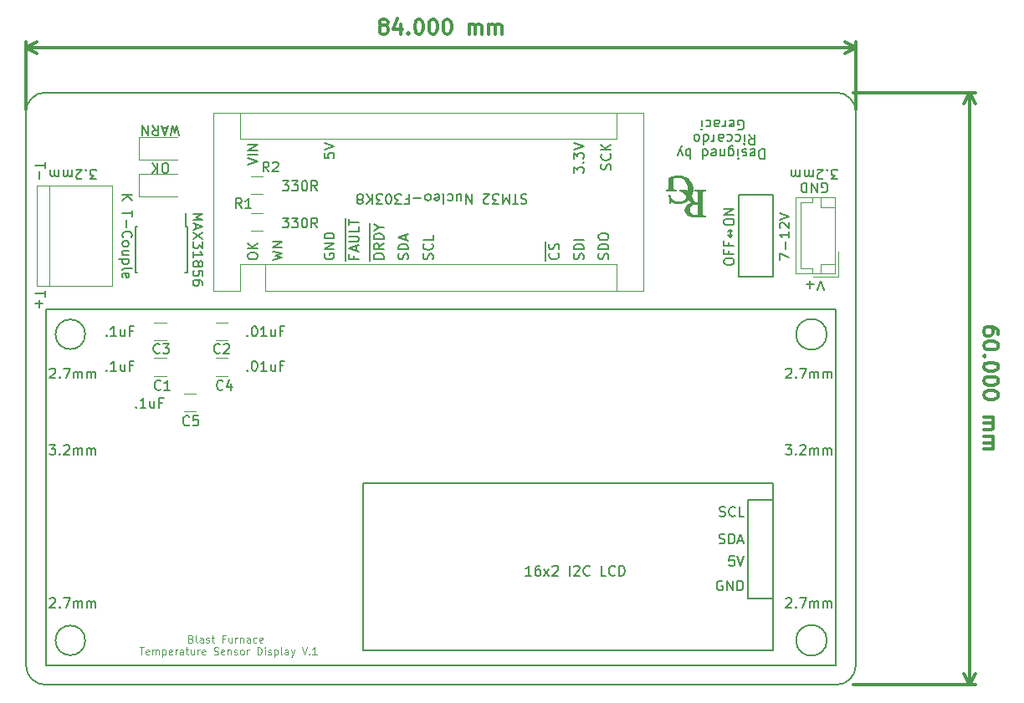
<source format=gbr>
%TF.GenerationSoftware,KiCad,Pcbnew,(5.0.0)*%
%TF.CreationDate,2020-02-27T17:20:47+00:00*%
%TF.ProjectId,Blast Furnace PCB,426C617374204675726E616365205043,rev?*%
%TF.SameCoordinates,Original*%
%TF.FileFunction,Legend,Top*%
%TF.FilePolarity,Positive*%
%FSLAX46Y46*%
G04 Gerber Fmt 4.6, Leading zero omitted, Abs format (unit mm)*
G04 Created by KiCad (PCBNEW (5.0.0)) date 02/27/20 17:20:47*
%MOMM*%
%LPD*%
G01*
G04 APERTURE LIST*
%ADD10C,0.150000*%
%ADD11C,0.300000*%
%ADD12C,0.100000*%
%ADD13C,0.120000*%
%ADD14C,0.010000*%
G04 APERTURE END LIST*
D10*
X145335000Y-121595238D02*
X145335000Y-120595238D01*
X146702380Y-121357143D02*
X145702380Y-121357143D01*
X145702380Y-121119047D01*
X145750000Y-120976190D01*
X145845238Y-120880952D01*
X145940476Y-120833333D01*
X146130952Y-120785714D01*
X146273809Y-120785714D01*
X146464285Y-120833333D01*
X146559523Y-120880952D01*
X146654761Y-120976190D01*
X146702380Y-121119047D01*
X146702380Y-121357143D01*
X145335000Y-120595238D02*
X145335000Y-119595238D01*
X146702380Y-119785714D02*
X146226190Y-120119047D01*
X146702380Y-120357143D02*
X145702380Y-120357143D01*
X145702380Y-119976190D01*
X145750000Y-119880952D01*
X145797619Y-119833333D01*
X145892857Y-119785714D01*
X146035714Y-119785714D01*
X146130952Y-119833333D01*
X146178571Y-119880952D01*
X146226190Y-119976190D01*
X146226190Y-120357143D01*
X145335000Y-119595238D02*
X145335000Y-118595238D01*
X146702380Y-119357143D02*
X145702380Y-119357143D01*
X145702380Y-119119047D01*
X145750000Y-118976190D01*
X145845238Y-118880952D01*
X145940476Y-118833333D01*
X146130952Y-118785714D01*
X146273809Y-118785714D01*
X146464285Y-118833333D01*
X146559523Y-118880952D01*
X146654761Y-118976190D01*
X146702380Y-119119047D01*
X146702380Y-119357143D01*
X145335000Y-118595238D02*
X145335000Y-117738095D01*
X146226190Y-118166667D02*
X146702380Y-118166667D01*
X145702380Y-118500000D02*
X146226190Y-118166667D01*
X145702380Y-117833333D01*
X169404761Y-121404761D02*
X169452380Y-121261904D01*
X169452380Y-121023809D01*
X169404761Y-120928571D01*
X169357142Y-120880952D01*
X169261904Y-120833333D01*
X169166666Y-120833333D01*
X169071428Y-120880952D01*
X169023809Y-120928571D01*
X168976190Y-121023809D01*
X168928571Y-121214285D01*
X168880952Y-121309523D01*
X168833333Y-121357142D01*
X168738095Y-121404761D01*
X168642857Y-121404761D01*
X168547619Y-121357142D01*
X168500000Y-121309523D01*
X168452380Y-121214285D01*
X168452380Y-120976190D01*
X168500000Y-120833333D01*
X169452380Y-120404761D02*
X168452380Y-120404761D01*
X168452380Y-120166666D01*
X168500000Y-120023809D01*
X168595238Y-119928571D01*
X168690476Y-119880952D01*
X168880952Y-119833333D01*
X169023809Y-119833333D01*
X169214285Y-119880952D01*
X169309523Y-119928571D01*
X169404761Y-120023809D01*
X169452380Y-120166666D01*
X169452380Y-120404761D01*
X168452380Y-119214285D02*
X168452380Y-119023809D01*
X168500000Y-118928571D01*
X168595238Y-118833333D01*
X168785714Y-118785714D01*
X169119047Y-118785714D01*
X169309523Y-118833333D01*
X169404761Y-118928571D01*
X169452380Y-119023809D01*
X169452380Y-119214285D01*
X169404761Y-119309523D01*
X169309523Y-119404761D01*
X169119047Y-119452380D01*
X168785714Y-119452380D01*
X168595238Y-119404761D01*
X168500000Y-119309523D01*
X168452380Y-119214285D01*
X166904761Y-121404762D02*
X166952380Y-121261905D01*
X166952380Y-121023810D01*
X166904761Y-120928572D01*
X166857142Y-120880953D01*
X166761904Y-120833333D01*
X166666666Y-120833333D01*
X166571428Y-120880953D01*
X166523809Y-120928572D01*
X166476190Y-121023810D01*
X166428571Y-121214286D01*
X166380952Y-121309524D01*
X166333333Y-121357143D01*
X166238095Y-121404762D01*
X166142857Y-121404762D01*
X166047619Y-121357143D01*
X166000000Y-121309524D01*
X165952380Y-121214286D01*
X165952380Y-120976191D01*
X166000000Y-120833333D01*
X166952380Y-120404762D02*
X165952380Y-120404762D01*
X165952380Y-120166667D01*
X166000000Y-120023810D01*
X166095238Y-119928572D01*
X166190476Y-119880953D01*
X166380952Y-119833333D01*
X166523809Y-119833333D01*
X166714285Y-119880953D01*
X166809523Y-119928572D01*
X166904761Y-120023810D01*
X166952380Y-120166667D01*
X166952380Y-120404762D01*
X166952380Y-119404762D02*
X165952380Y-119404762D01*
X163085000Y-121595238D02*
X163085000Y-120595238D01*
X164357142Y-120785714D02*
X164404761Y-120833333D01*
X164452380Y-120976190D01*
X164452380Y-121071428D01*
X164404761Y-121214286D01*
X164309523Y-121309524D01*
X164214285Y-121357143D01*
X164023809Y-121404762D01*
X163880952Y-121404762D01*
X163690476Y-121357143D01*
X163595238Y-121309524D01*
X163500000Y-121214286D01*
X163452380Y-121071428D01*
X163452380Y-120976190D01*
X163500000Y-120833333D01*
X163547619Y-120785714D01*
X163085000Y-120595238D02*
X163085000Y-119642857D01*
X164404761Y-120404762D02*
X164452380Y-120261905D01*
X164452380Y-120023809D01*
X164404761Y-119928571D01*
X164357142Y-119880952D01*
X164261904Y-119833333D01*
X164166666Y-119833333D01*
X164071428Y-119880952D01*
X164023809Y-119928571D01*
X163976190Y-120023809D01*
X163928571Y-120214286D01*
X163880952Y-120309524D01*
X163833333Y-120357143D01*
X163738095Y-120404762D01*
X163642857Y-120404762D01*
X163547619Y-120357143D01*
X163500000Y-120309524D01*
X163452380Y-120214286D01*
X163452380Y-119976190D01*
X163500000Y-119833333D01*
X132952380Y-121166667D02*
X132952380Y-120976190D01*
X133000000Y-120880952D01*
X133095238Y-120785714D01*
X133285714Y-120738095D01*
X133619047Y-120738095D01*
X133809523Y-120785714D01*
X133904761Y-120880952D01*
X133952380Y-120976190D01*
X133952380Y-121166667D01*
X133904761Y-121261905D01*
X133809523Y-121357143D01*
X133619047Y-121404762D01*
X133285714Y-121404762D01*
X133095238Y-121357143D01*
X133000000Y-121261905D01*
X132952380Y-121166667D01*
X133952380Y-120309524D02*
X132952380Y-120309524D01*
X133952380Y-119738095D02*
X133380952Y-120166667D01*
X132952380Y-119738095D02*
X133523809Y-120309524D01*
X135452380Y-121452380D02*
X136452380Y-121214285D01*
X135738095Y-121023809D01*
X136452380Y-120833333D01*
X135452380Y-120595238D01*
X136452380Y-120214285D02*
X135452380Y-120214285D01*
X136452380Y-119642857D01*
X135452380Y-119642857D01*
X140750000Y-120833333D02*
X140702380Y-120928571D01*
X140702380Y-121071429D01*
X140750000Y-121214286D01*
X140845238Y-121309524D01*
X140940476Y-121357143D01*
X141130952Y-121404762D01*
X141273809Y-121404762D01*
X141464285Y-121357143D01*
X141559523Y-121309524D01*
X141654761Y-121214286D01*
X141702380Y-121071429D01*
X141702380Y-120976190D01*
X141654761Y-120833333D01*
X141607142Y-120785714D01*
X141273809Y-120785714D01*
X141273809Y-120976190D01*
X141702380Y-120357143D02*
X140702380Y-120357143D01*
X141702380Y-119785714D01*
X140702380Y-119785714D01*
X141702380Y-119309524D02*
X140702380Y-119309524D01*
X140702380Y-119071429D01*
X140750000Y-118928571D01*
X140845238Y-118833333D01*
X140940476Y-118785714D01*
X141130952Y-118738095D01*
X141273809Y-118738095D01*
X141464285Y-118785714D01*
X141559523Y-118833333D01*
X141654761Y-118928571D01*
X141702380Y-119071429D01*
X141702380Y-119309524D01*
X142835000Y-121595238D02*
X142835000Y-120738095D01*
X143678571Y-121023810D02*
X143678571Y-121357143D01*
X144202380Y-121357143D02*
X143202380Y-121357143D01*
X143202380Y-120880952D01*
X142835000Y-120738095D02*
X142835000Y-119880952D01*
X143916666Y-120547619D02*
X143916666Y-120071429D01*
X144202380Y-120642857D02*
X143202380Y-120309524D01*
X144202380Y-119976191D01*
X142835000Y-119880952D02*
X142835000Y-118833333D01*
X143202380Y-119642857D02*
X144011904Y-119642857D01*
X144107142Y-119595238D01*
X144154761Y-119547619D01*
X144202380Y-119452381D01*
X144202380Y-119261905D01*
X144154761Y-119166667D01*
X144107142Y-119119048D01*
X144011904Y-119071429D01*
X143202380Y-119071429D01*
X142835000Y-118833333D02*
X142835000Y-118023810D01*
X144202380Y-118119048D02*
X144202380Y-118595238D01*
X143202380Y-118595238D01*
X142835000Y-118023810D02*
X142835000Y-117261905D01*
X143202380Y-117928572D02*
X143202380Y-117357143D01*
X144202380Y-117642857D02*
X143202380Y-117642857D01*
X132952380Y-111845238D02*
X133952380Y-111511904D01*
X132952380Y-111178571D01*
X133952380Y-110845238D02*
X132952380Y-110845238D01*
X133952380Y-110369047D02*
X132952380Y-110369047D01*
X133952380Y-109797619D01*
X132952380Y-109797619D01*
X140702380Y-110654762D02*
X140702380Y-111130952D01*
X141178571Y-111178571D01*
X141130952Y-111130952D01*
X141083333Y-111035714D01*
X141083333Y-110797619D01*
X141130952Y-110702381D01*
X141178571Y-110654762D01*
X141273809Y-110607143D01*
X141511904Y-110607143D01*
X141607142Y-110654762D01*
X141654761Y-110702381D01*
X141702380Y-110797619D01*
X141702380Y-111035714D01*
X141654761Y-111130952D01*
X141607142Y-111178571D01*
X140702380Y-110321428D02*
X141702380Y-109988095D01*
X140702380Y-109654762D01*
X169654761Y-112321429D02*
X169702380Y-112178572D01*
X169702380Y-111940476D01*
X169654761Y-111845238D01*
X169607142Y-111797619D01*
X169511904Y-111750000D01*
X169416666Y-111750000D01*
X169321428Y-111797619D01*
X169273809Y-111845238D01*
X169226190Y-111940476D01*
X169178571Y-112130953D01*
X169130952Y-112226191D01*
X169083333Y-112273810D01*
X168988095Y-112321429D01*
X168892857Y-112321429D01*
X168797619Y-112273810D01*
X168750000Y-112226191D01*
X168702380Y-112130953D01*
X168702380Y-111892857D01*
X168750000Y-111750000D01*
X169607142Y-110750000D02*
X169654761Y-110797619D01*
X169702380Y-110940476D01*
X169702380Y-111035715D01*
X169654761Y-111178572D01*
X169559523Y-111273810D01*
X169464285Y-111321429D01*
X169273809Y-111369048D01*
X169130952Y-111369048D01*
X168940476Y-111321429D01*
X168845238Y-111273810D01*
X168750000Y-111178572D01*
X168702380Y-111035715D01*
X168702380Y-110940476D01*
X168750000Y-110797619D01*
X168797619Y-110750000D01*
X169702380Y-110321429D02*
X168702380Y-110321429D01*
X169702380Y-109750000D02*
X169130952Y-110178572D01*
X168702380Y-109750000D02*
X169273809Y-110321429D01*
X165952380Y-112654762D02*
X165952380Y-112035714D01*
X166333333Y-112369048D01*
X166333333Y-112226191D01*
X166380952Y-112130952D01*
X166428571Y-112083333D01*
X166523809Y-112035714D01*
X166761904Y-112035714D01*
X166857142Y-112083333D01*
X166904761Y-112130952D01*
X166952380Y-112226191D01*
X166952380Y-112511905D01*
X166904761Y-112607143D01*
X166857142Y-112654762D01*
X166857142Y-111607143D02*
X166904761Y-111559524D01*
X166952380Y-111607143D01*
X166904761Y-111654762D01*
X166857142Y-111607143D01*
X166952380Y-111607143D01*
X165952380Y-111226191D02*
X165952380Y-110607143D01*
X166333333Y-110940476D01*
X166333333Y-110797619D01*
X166380952Y-110702381D01*
X166428571Y-110654762D01*
X166523809Y-110607143D01*
X166761904Y-110607143D01*
X166857142Y-110654762D01*
X166904761Y-110702381D01*
X166952380Y-110797619D01*
X166952380Y-111083333D01*
X166904761Y-111178572D01*
X166857142Y-111226191D01*
X165952380Y-110321429D02*
X166952380Y-109988095D01*
X165952380Y-109654762D01*
X151654761Y-121404762D02*
X151702380Y-121261905D01*
X151702380Y-121023809D01*
X151654761Y-120928571D01*
X151607142Y-120880952D01*
X151511904Y-120833333D01*
X151416666Y-120833333D01*
X151321428Y-120880952D01*
X151273809Y-120928571D01*
X151226190Y-121023809D01*
X151178571Y-121214286D01*
X151130952Y-121309524D01*
X151083333Y-121357143D01*
X150988095Y-121404762D01*
X150892857Y-121404762D01*
X150797619Y-121357143D01*
X150750000Y-121309524D01*
X150702380Y-121214286D01*
X150702380Y-120976190D01*
X150750000Y-120833333D01*
X151607142Y-119833333D02*
X151654761Y-119880952D01*
X151702380Y-120023809D01*
X151702380Y-120119047D01*
X151654761Y-120261905D01*
X151559523Y-120357143D01*
X151464285Y-120404762D01*
X151273809Y-120452381D01*
X151130952Y-120452381D01*
X150940476Y-120404762D01*
X150845238Y-120357143D01*
X150750000Y-120261905D01*
X150702380Y-120119047D01*
X150702380Y-120023809D01*
X150750000Y-119880952D01*
X150797619Y-119833333D01*
X151702380Y-118928571D02*
X151702380Y-119404762D01*
X150702380Y-119404762D01*
X149154761Y-121404761D02*
X149202380Y-121261904D01*
X149202380Y-121023809D01*
X149154761Y-120928571D01*
X149107142Y-120880952D01*
X149011904Y-120833333D01*
X148916666Y-120833333D01*
X148821428Y-120880952D01*
X148773809Y-120928571D01*
X148726190Y-121023809D01*
X148678571Y-121214285D01*
X148630952Y-121309523D01*
X148583333Y-121357142D01*
X148488095Y-121404761D01*
X148392857Y-121404761D01*
X148297619Y-121357142D01*
X148250000Y-121309523D01*
X148202380Y-121214285D01*
X148202380Y-120976190D01*
X148250000Y-120833333D01*
X149202380Y-120404761D02*
X148202380Y-120404761D01*
X148202380Y-120166666D01*
X148250000Y-120023809D01*
X148345238Y-119928571D01*
X148440476Y-119880952D01*
X148630952Y-119833333D01*
X148773809Y-119833333D01*
X148964285Y-119880952D01*
X149059523Y-119928571D01*
X149154761Y-120023809D01*
X149202380Y-120166666D01*
X149202380Y-120404761D01*
X148916666Y-119452380D02*
X148916666Y-118976190D01*
X149202380Y-119547618D02*
X148202380Y-119214285D01*
X149202380Y-118880952D01*
X180702380Y-147404761D02*
X180845237Y-147452380D01*
X181083333Y-147452380D01*
X181178571Y-147404761D01*
X181226190Y-147357142D01*
X181273809Y-147261904D01*
X181273809Y-147166666D01*
X181226190Y-147071428D01*
X181178571Y-147023809D01*
X181083333Y-146976190D01*
X180892857Y-146928571D01*
X180797618Y-146880952D01*
X180749999Y-146833333D01*
X180702380Y-146738095D01*
X180702380Y-146642857D01*
X180749999Y-146547619D01*
X180797618Y-146500000D01*
X180892857Y-146452380D01*
X181130952Y-146452380D01*
X181273809Y-146500000D01*
X182273809Y-147357142D02*
X182226190Y-147404761D01*
X182083333Y-147452380D01*
X181988095Y-147452380D01*
X181845237Y-147404761D01*
X181749999Y-147309523D01*
X181702380Y-147214285D01*
X181654761Y-147023809D01*
X181654761Y-146880952D01*
X181702380Y-146690476D01*
X181749999Y-146595238D01*
X181845237Y-146500000D01*
X181988095Y-146452380D01*
X182083333Y-146452380D01*
X182226190Y-146500000D01*
X182273809Y-146547619D01*
X183178571Y-147452380D02*
X182702380Y-147452380D01*
X182702380Y-146452380D01*
X180654762Y-150154761D02*
X180797619Y-150202380D01*
X181035714Y-150202380D01*
X181130952Y-150154761D01*
X181178571Y-150107142D01*
X181226190Y-150011904D01*
X181226190Y-149916666D01*
X181178571Y-149821428D01*
X181130952Y-149773809D01*
X181035714Y-149726190D01*
X180845238Y-149678571D01*
X180750000Y-149630952D01*
X180702381Y-149583333D01*
X180654762Y-149488095D01*
X180654762Y-149392857D01*
X180702381Y-149297619D01*
X180750000Y-149250000D01*
X180845238Y-149202380D01*
X181083333Y-149202380D01*
X181226190Y-149250000D01*
X181654762Y-150202380D02*
X181654762Y-149202380D01*
X181892857Y-149202380D01*
X182035714Y-149250000D01*
X182130952Y-149345238D01*
X182178571Y-149440476D01*
X182226190Y-149630952D01*
X182226190Y-149773809D01*
X182178571Y-149964285D01*
X182130952Y-150059523D01*
X182035714Y-150154761D01*
X181892857Y-150202380D01*
X181654762Y-150202380D01*
X182607143Y-149916666D02*
X183083333Y-149916666D01*
X182511905Y-150202380D02*
X182845238Y-149202380D01*
X183178571Y-150202380D01*
X182178571Y-151452380D02*
X181702381Y-151452380D01*
X181654762Y-151928571D01*
X181702381Y-151880952D01*
X181797619Y-151833333D01*
X182035714Y-151833333D01*
X182130952Y-151880952D01*
X182178571Y-151928571D01*
X182226190Y-152023809D01*
X182226190Y-152261904D01*
X182178571Y-152357142D01*
X182130952Y-152404761D01*
X182035714Y-152452380D01*
X181797619Y-152452380D01*
X181702381Y-152404761D01*
X181654762Y-152357142D01*
X182511905Y-151452380D02*
X182845238Y-152452380D01*
X183178571Y-151452380D01*
X180988095Y-154000000D02*
X180892857Y-153952380D01*
X180750000Y-153952380D01*
X180607142Y-154000000D01*
X180511904Y-154095238D01*
X180464285Y-154190476D01*
X180416666Y-154380952D01*
X180416666Y-154523809D01*
X180464285Y-154714285D01*
X180511904Y-154809523D01*
X180607142Y-154904761D01*
X180750000Y-154952380D01*
X180845238Y-154952380D01*
X180988095Y-154904761D01*
X181035714Y-154857142D01*
X181035714Y-154523809D01*
X180845238Y-154523809D01*
X181464285Y-154952380D02*
X181464285Y-153952380D01*
X182035714Y-154952380D01*
X182035714Y-153952380D01*
X182511904Y-154952380D02*
X182511904Y-153952380D01*
X182750000Y-153952380D01*
X182892857Y-154000000D01*
X182988095Y-154095238D01*
X183035714Y-154190476D01*
X183083333Y-154380952D01*
X183083333Y-154523809D01*
X183035714Y-154714285D01*
X182988095Y-154809523D01*
X182892857Y-154904761D01*
X182750000Y-154952380D01*
X182511904Y-154952380D01*
X117630952Y-113297619D02*
X117011904Y-113297619D01*
X117345238Y-112916666D01*
X117202380Y-112916666D01*
X117107142Y-112869047D01*
X117059523Y-112821428D01*
X117011904Y-112726190D01*
X117011904Y-112488095D01*
X117059523Y-112392857D01*
X117107142Y-112345238D01*
X117202380Y-112297619D01*
X117488095Y-112297619D01*
X117583333Y-112345238D01*
X117630952Y-112392857D01*
X116583333Y-112392857D02*
X116535714Y-112345238D01*
X116583333Y-112297619D01*
X116630952Y-112345238D01*
X116583333Y-112392857D01*
X116583333Y-112297619D01*
X116154761Y-113202380D02*
X116107142Y-113250000D01*
X116011904Y-113297619D01*
X115773809Y-113297619D01*
X115678571Y-113250000D01*
X115630952Y-113202380D01*
X115583333Y-113107142D01*
X115583333Y-113011904D01*
X115630952Y-112869047D01*
X116202380Y-112297619D01*
X115583333Y-112297619D01*
X115154761Y-112297619D02*
X115154761Y-112964285D01*
X115154761Y-112869047D02*
X115107142Y-112916666D01*
X115011904Y-112964285D01*
X114869047Y-112964285D01*
X114773809Y-112916666D01*
X114726190Y-112821428D01*
X114726190Y-112297619D01*
X114726190Y-112821428D02*
X114678571Y-112916666D01*
X114583333Y-112964285D01*
X114440476Y-112964285D01*
X114345238Y-112916666D01*
X114297619Y-112821428D01*
X114297619Y-112297619D01*
X113821428Y-112297619D02*
X113821428Y-112964285D01*
X113821428Y-112869047D02*
X113773809Y-112916666D01*
X113678571Y-112964285D01*
X113535714Y-112964285D01*
X113440476Y-112916666D01*
X113392857Y-112821428D01*
X113392857Y-112297619D01*
X113392857Y-112821428D02*
X113345238Y-112916666D01*
X113250000Y-112964285D01*
X113107142Y-112964285D01*
X113011904Y-112916666D01*
X112964285Y-112821428D01*
X112964285Y-112297619D01*
X192630952Y-113297619D02*
X192011904Y-113297619D01*
X192345238Y-112916666D01*
X192202380Y-112916666D01*
X192107142Y-112869047D01*
X192059523Y-112821428D01*
X192011904Y-112726190D01*
X192011904Y-112488095D01*
X192059523Y-112392857D01*
X192107142Y-112345238D01*
X192202380Y-112297619D01*
X192488095Y-112297619D01*
X192583333Y-112345238D01*
X192630952Y-112392857D01*
X191583333Y-112392857D02*
X191535714Y-112345238D01*
X191583333Y-112297619D01*
X191630952Y-112345238D01*
X191583333Y-112392857D01*
X191583333Y-112297619D01*
X191154761Y-113202380D02*
X191107142Y-113250000D01*
X191011904Y-113297619D01*
X190773809Y-113297619D01*
X190678571Y-113250000D01*
X190630952Y-113202380D01*
X190583333Y-113107142D01*
X190583333Y-113011904D01*
X190630952Y-112869047D01*
X191202380Y-112297619D01*
X190583333Y-112297619D01*
X190154761Y-112297619D02*
X190154761Y-112964285D01*
X190154761Y-112869047D02*
X190107142Y-112916666D01*
X190011904Y-112964285D01*
X189869047Y-112964285D01*
X189773809Y-112916666D01*
X189726190Y-112821428D01*
X189726190Y-112297619D01*
X189726190Y-112821428D02*
X189678571Y-112916666D01*
X189583333Y-112964285D01*
X189440476Y-112964285D01*
X189345238Y-112916666D01*
X189297619Y-112821428D01*
X189297619Y-112297619D01*
X188821428Y-112297619D02*
X188821428Y-112964285D01*
X188821428Y-112869047D02*
X188773809Y-112916666D01*
X188678571Y-112964285D01*
X188535714Y-112964285D01*
X188440476Y-112916666D01*
X188392857Y-112821428D01*
X188392857Y-112297619D01*
X188392857Y-112821428D02*
X188345238Y-112916666D01*
X188250000Y-112964285D01*
X188107142Y-112964285D01*
X188011904Y-112916666D01*
X187964285Y-112821428D01*
X187964285Y-112297619D01*
X187416666Y-132547619D02*
X187464285Y-132500000D01*
X187559523Y-132452380D01*
X187797619Y-132452380D01*
X187892857Y-132500000D01*
X187940476Y-132547619D01*
X187988095Y-132642857D01*
X187988095Y-132738095D01*
X187940476Y-132880952D01*
X187369047Y-133452380D01*
X187988095Y-133452380D01*
X188416666Y-133357142D02*
X188464285Y-133404761D01*
X188416666Y-133452380D01*
X188369047Y-133404761D01*
X188416666Y-133357142D01*
X188416666Y-133452380D01*
X188797619Y-132452380D02*
X189464285Y-132452380D01*
X189035714Y-133452380D01*
X189845238Y-133452380D02*
X189845238Y-132785714D01*
X189845238Y-132880952D02*
X189892857Y-132833333D01*
X189988095Y-132785714D01*
X190130952Y-132785714D01*
X190226190Y-132833333D01*
X190273809Y-132928571D01*
X190273809Y-133452380D01*
X190273809Y-132928571D02*
X190321428Y-132833333D01*
X190416666Y-132785714D01*
X190559523Y-132785714D01*
X190654761Y-132833333D01*
X190702380Y-132928571D01*
X190702380Y-133452380D01*
X191178571Y-133452380D02*
X191178571Y-132785714D01*
X191178571Y-132880952D02*
X191226190Y-132833333D01*
X191321428Y-132785714D01*
X191464285Y-132785714D01*
X191559523Y-132833333D01*
X191607142Y-132928571D01*
X191607142Y-133452380D01*
X191607142Y-132928571D02*
X191654761Y-132833333D01*
X191750000Y-132785714D01*
X191892857Y-132785714D01*
X191988095Y-132833333D01*
X192035714Y-132928571D01*
X192035714Y-133452380D01*
X112916666Y-132547619D02*
X112964285Y-132500000D01*
X113059523Y-132452380D01*
X113297619Y-132452380D01*
X113392857Y-132500000D01*
X113440476Y-132547619D01*
X113488095Y-132642857D01*
X113488095Y-132738095D01*
X113440476Y-132880952D01*
X112869047Y-133452380D01*
X113488095Y-133452380D01*
X113916666Y-133357142D02*
X113964285Y-133404761D01*
X113916666Y-133452380D01*
X113869047Y-133404761D01*
X113916666Y-133357142D01*
X113916666Y-133452380D01*
X114297619Y-132452380D02*
X114964285Y-132452380D01*
X114535714Y-133452380D01*
X115345238Y-133452380D02*
X115345238Y-132785714D01*
X115345238Y-132880952D02*
X115392857Y-132833333D01*
X115488095Y-132785714D01*
X115630952Y-132785714D01*
X115726190Y-132833333D01*
X115773809Y-132928571D01*
X115773809Y-133452380D01*
X115773809Y-132928571D02*
X115821428Y-132833333D01*
X115916666Y-132785714D01*
X116059523Y-132785714D01*
X116154761Y-132833333D01*
X116202380Y-132928571D01*
X116202380Y-133452380D01*
X116678571Y-133452380D02*
X116678571Y-132785714D01*
X116678571Y-132880952D02*
X116726190Y-132833333D01*
X116821428Y-132785714D01*
X116964285Y-132785714D01*
X117059523Y-132833333D01*
X117107142Y-132928571D01*
X117107142Y-133452380D01*
X117107142Y-132928571D02*
X117154761Y-132833333D01*
X117250000Y-132785714D01*
X117392857Y-132785714D01*
X117488095Y-132833333D01*
X117535714Y-132928571D01*
X117535714Y-133452380D01*
X187416666Y-155797619D02*
X187464285Y-155750000D01*
X187559523Y-155702380D01*
X187797619Y-155702380D01*
X187892857Y-155750000D01*
X187940476Y-155797619D01*
X187988095Y-155892857D01*
X187988095Y-155988095D01*
X187940476Y-156130952D01*
X187369047Y-156702380D01*
X187988095Y-156702380D01*
X188416666Y-156607142D02*
X188464285Y-156654761D01*
X188416666Y-156702380D01*
X188369047Y-156654761D01*
X188416666Y-156607142D01*
X188416666Y-156702380D01*
X188797619Y-155702380D02*
X189464285Y-155702380D01*
X189035714Y-156702380D01*
X189845238Y-156702380D02*
X189845238Y-156035714D01*
X189845238Y-156130952D02*
X189892857Y-156083333D01*
X189988095Y-156035714D01*
X190130952Y-156035714D01*
X190226190Y-156083333D01*
X190273809Y-156178571D01*
X190273809Y-156702380D01*
X190273809Y-156178571D02*
X190321428Y-156083333D01*
X190416666Y-156035714D01*
X190559523Y-156035714D01*
X190654761Y-156083333D01*
X190702380Y-156178571D01*
X190702380Y-156702380D01*
X191178571Y-156702380D02*
X191178571Y-156035714D01*
X191178571Y-156130952D02*
X191226190Y-156083333D01*
X191321428Y-156035714D01*
X191464285Y-156035714D01*
X191559523Y-156083333D01*
X191607142Y-156178571D01*
X191607142Y-156702380D01*
X191607142Y-156178571D02*
X191654761Y-156083333D01*
X191750000Y-156035714D01*
X191892857Y-156035714D01*
X191988095Y-156083333D01*
X192035714Y-156178571D01*
X192035714Y-156702380D01*
X112916666Y-155797619D02*
X112964285Y-155750000D01*
X113059523Y-155702380D01*
X113297619Y-155702380D01*
X113392857Y-155750000D01*
X113440476Y-155797619D01*
X113488095Y-155892857D01*
X113488095Y-155988095D01*
X113440476Y-156130952D01*
X112869047Y-156702380D01*
X113488095Y-156702380D01*
X113916666Y-156607142D02*
X113964285Y-156654761D01*
X113916666Y-156702380D01*
X113869047Y-156654761D01*
X113916666Y-156607142D01*
X113916666Y-156702380D01*
X114297619Y-155702380D02*
X114964285Y-155702380D01*
X114535714Y-156702380D01*
X115345238Y-156702380D02*
X115345238Y-156035714D01*
X115345238Y-156130952D02*
X115392857Y-156083333D01*
X115488095Y-156035714D01*
X115630952Y-156035714D01*
X115726190Y-156083333D01*
X115773809Y-156178571D01*
X115773809Y-156702380D01*
X115773809Y-156178571D02*
X115821428Y-156083333D01*
X115916666Y-156035714D01*
X116059523Y-156035714D01*
X116154761Y-156083333D01*
X116202380Y-156178571D01*
X116202380Y-156702380D01*
X116678571Y-156702380D02*
X116678571Y-156035714D01*
X116678571Y-156130952D02*
X116726190Y-156083333D01*
X116821428Y-156035714D01*
X116964285Y-156035714D01*
X117059523Y-156083333D01*
X117107142Y-156178571D01*
X117107142Y-156702380D01*
X117107142Y-156178571D02*
X117154761Y-156083333D01*
X117250000Y-156035714D01*
X117392857Y-156035714D01*
X117488095Y-156083333D01*
X117535714Y-156178571D01*
X117535714Y-156702380D01*
X112869047Y-140202380D02*
X113488095Y-140202380D01*
X113154761Y-140583333D01*
X113297619Y-140583333D01*
X113392857Y-140630952D01*
X113440476Y-140678571D01*
X113488095Y-140773809D01*
X113488095Y-141011904D01*
X113440476Y-141107142D01*
X113392857Y-141154761D01*
X113297619Y-141202380D01*
X113011904Y-141202380D01*
X112916666Y-141154761D01*
X112869047Y-141107142D01*
X113916666Y-141107142D02*
X113964285Y-141154761D01*
X113916666Y-141202380D01*
X113869047Y-141154761D01*
X113916666Y-141107142D01*
X113916666Y-141202380D01*
X114345238Y-140297619D02*
X114392857Y-140250000D01*
X114488095Y-140202380D01*
X114726190Y-140202380D01*
X114821428Y-140250000D01*
X114869047Y-140297619D01*
X114916666Y-140392857D01*
X114916666Y-140488095D01*
X114869047Y-140630952D01*
X114297619Y-141202380D01*
X114916666Y-141202380D01*
X115345238Y-141202380D02*
X115345238Y-140535714D01*
X115345238Y-140630952D02*
X115392857Y-140583333D01*
X115488095Y-140535714D01*
X115630952Y-140535714D01*
X115726190Y-140583333D01*
X115773809Y-140678571D01*
X115773809Y-141202380D01*
X115773809Y-140678571D02*
X115821428Y-140583333D01*
X115916666Y-140535714D01*
X116059523Y-140535714D01*
X116154761Y-140583333D01*
X116202380Y-140678571D01*
X116202380Y-141202380D01*
X116678571Y-141202380D02*
X116678571Y-140535714D01*
X116678571Y-140630952D02*
X116726190Y-140583333D01*
X116821428Y-140535714D01*
X116964285Y-140535714D01*
X117059523Y-140583333D01*
X117107142Y-140678571D01*
X117107142Y-141202380D01*
X117107142Y-140678571D02*
X117154761Y-140583333D01*
X117250000Y-140535714D01*
X117392857Y-140535714D01*
X117488095Y-140583333D01*
X117535714Y-140678571D01*
X117535714Y-141202380D01*
X187369047Y-140202380D02*
X187988095Y-140202380D01*
X187654761Y-140583333D01*
X187797619Y-140583333D01*
X187892857Y-140630952D01*
X187940476Y-140678571D01*
X187988095Y-140773809D01*
X187988095Y-141011904D01*
X187940476Y-141107142D01*
X187892857Y-141154761D01*
X187797619Y-141202380D01*
X187511904Y-141202380D01*
X187416666Y-141154761D01*
X187369047Y-141107142D01*
X188416666Y-141107142D02*
X188464285Y-141154761D01*
X188416666Y-141202380D01*
X188369047Y-141154761D01*
X188416666Y-141107142D01*
X188416666Y-141202380D01*
X188845238Y-140297619D02*
X188892857Y-140250000D01*
X188988095Y-140202380D01*
X189226190Y-140202380D01*
X189321428Y-140250000D01*
X189369047Y-140297619D01*
X189416666Y-140392857D01*
X189416666Y-140488095D01*
X189369047Y-140630952D01*
X188797619Y-141202380D01*
X189416666Y-141202380D01*
X189845238Y-141202380D02*
X189845238Y-140535714D01*
X189845238Y-140630952D02*
X189892857Y-140583333D01*
X189988095Y-140535714D01*
X190130952Y-140535714D01*
X190226190Y-140583333D01*
X190273809Y-140678571D01*
X190273809Y-141202380D01*
X190273809Y-140678571D02*
X190321428Y-140583333D01*
X190416666Y-140535714D01*
X190559523Y-140535714D01*
X190654761Y-140583333D01*
X190702380Y-140678571D01*
X190702380Y-141202380D01*
X191178571Y-141202380D02*
X191178571Y-140535714D01*
X191178571Y-140630952D02*
X191226190Y-140583333D01*
X191321428Y-140535714D01*
X191464285Y-140535714D01*
X191559523Y-140583333D01*
X191607142Y-140678571D01*
X191607142Y-141202380D01*
X191607142Y-140678571D02*
X191654761Y-140583333D01*
X191750000Y-140535714D01*
X191892857Y-140535714D01*
X191988095Y-140583333D01*
X192035714Y-140678571D01*
X192035714Y-141202380D01*
X191252380Y-124547619D02*
X190919047Y-123547619D01*
X190585714Y-124547619D01*
X190252380Y-123928571D02*
X189490476Y-123928571D01*
X189871428Y-123547619D02*
X189871428Y-124309523D01*
X191061904Y-114600000D02*
X191157142Y-114647619D01*
X191300000Y-114647619D01*
X191442857Y-114600000D01*
X191538095Y-114504761D01*
X191585714Y-114409523D01*
X191633333Y-114219047D01*
X191633333Y-114076190D01*
X191585714Y-113885714D01*
X191538095Y-113790476D01*
X191442857Y-113695238D01*
X191300000Y-113647619D01*
X191204761Y-113647619D01*
X191061904Y-113695238D01*
X191014285Y-113742857D01*
X191014285Y-114076190D01*
X191204761Y-114076190D01*
X190585714Y-113647619D02*
X190585714Y-114647619D01*
X190014285Y-113647619D01*
X190014285Y-114647619D01*
X189538095Y-113647619D02*
X189538095Y-114647619D01*
X189300000Y-114647619D01*
X189157142Y-114600000D01*
X189061904Y-114504761D01*
X189014285Y-114409523D01*
X188966666Y-114219047D01*
X188966666Y-114076190D01*
X189014285Y-113885714D01*
X189061904Y-113790476D01*
X189157142Y-113695238D01*
X189300000Y-113647619D01*
X189538095Y-113647619D01*
X127033333Y-138157142D02*
X126985714Y-138204761D01*
X126842857Y-138252380D01*
X126747619Y-138252380D01*
X126604761Y-138204761D01*
X126509523Y-138109523D01*
X126461904Y-138014285D01*
X126414285Y-137823809D01*
X126414285Y-137680952D01*
X126461904Y-137490476D01*
X126509523Y-137395238D01*
X126604761Y-137300000D01*
X126747619Y-137252380D01*
X126842857Y-137252380D01*
X126985714Y-137300000D01*
X127033333Y-137347619D01*
X127938095Y-137252380D02*
X127461904Y-137252380D01*
X127414285Y-137728571D01*
X127461904Y-137680952D01*
X127557142Y-137633333D01*
X127795238Y-137633333D01*
X127890476Y-137680952D01*
X127938095Y-137728571D01*
X127985714Y-137823809D01*
X127985714Y-138061904D01*
X127938095Y-138157142D01*
X127890476Y-138204761D01*
X127795238Y-138252380D01*
X127557142Y-138252380D01*
X127461904Y-138204761D01*
X127414285Y-138157142D01*
X130433333Y-134557142D02*
X130385714Y-134604761D01*
X130242857Y-134652380D01*
X130147619Y-134652380D01*
X130004761Y-134604761D01*
X129909523Y-134509523D01*
X129861904Y-134414285D01*
X129814285Y-134223809D01*
X129814285Y-134080952D01*
X129861904Y-133890476D01*
X129909523Y-133795238D01*
X130004761Y-133700000D01*
X130147619Y-133652380D01*
X130242857Y-133652380D01*
X130385714Y-133700000D01*
X130433333Y-133747619D01*
X131290476Y-133985714D02*
X131290476Y-134652380D01*
X131052380Y-133604761D02*
X130814285Y-134319047D01*
X131433333Y-134319047D01*
X124133333Y-134557142D02*
X124085714Y-134604761D01*
X123942857Y-134652380D01*
X123847619Y-134652380D01*
X123704761Y-134604761D01*
X123609523Y-134509523D01*
X123561904Y-134414285D01*
X123514285Y-134223809D01*
X123514285Y-134080952D01*
X123561904Y-133890476D01*
X123609523Y-133795238D01*
X123704761Y-133700000D01*
X123847619Y-133652380D01*
X123942857Y-133652380D01*
X124085714Y-133700000D01*
X124133333Y-133747619D01*
X125085714Y-134652380D02*
X124514285Y-134652380D01*
X124800000Y-134652380D02*
X124800000Y-133652380D01*
X124704761Y-133795238D01*
X124609523Y-133890476D01*
X124514285Y-133938095D01*
X130133333Y-130857142D02*
X130085714Y-130904761D01*
X129942857Y-130952380D01*
X129847619Y-130952380D01*
X129704761Y-130904761D01*
X129609523Y-130809523D01*
X129561904Y-130714285D01*
X129514285Y-130523809D01*
X129514285Y-130380952D01*
X129561904Y-130190476D01*
X129609523Y-130095238D01*
X129704761Y-130000000D01*
X129847619Y-129952380D01*
X129942857Y-129952380D01*
X130085714Y-130000000D01*
X130133333Y-130047619D01*
X130514285Y-130047619D02*
X130561904Y-130000000D01*
X130657142Y-129952380D01*
X130895238Y-129952380D01*
X130990476Y-130000000D01*
X131038095Y-130047619D01*
X131085714Y-130142857D01*
X131085714Y-130238095D01*
X131038095Y-130380952D01*
X130466666Y-130952380D01*
X131085714Y-130952380D01*
X124033333Y-130857142D02*
X123985714Y-130904761D01*
X123842857Y-130952380D01*
X123747619Y-130952380D01*
X123604761Y-130904761D01*
X123509523Y-130809523D01*
X123461904Y-130714285D01*
X123414285Y-130523809D01*
X123414285Y-130380952D01*
X123461904Y-130190476D01*
X123509523Y-130095238D01*
X123604761Y-130000000D01*
X123747619Y-129952380D01*
X123842857Y-129952380D01*
X123985714Y-130000000D01*
X124033333Y-130047619D01*
X124366666Y-129952380D02*
X124985714Y-129952380D01*
X124652380Y-130333333D01*
X124795238Y-130333333D01*
X124890476Y-130380952D01*
X124938095Y-130428571D01*
X124985714Y-130523809D01*
X124985714Y-130761904D01*
X124938095Y-130857142D01*
X124890476Y-130904761D01*
X124795238Y-130952380D01*
X124509523Y-130952380D01*
X124414285Y-130904761D01*
X124366666Y-130857142D01*
X120247619Y-114849524D02*
X121247619Y-114849524D01*
X120247619Y-115420953D02*
X120819047Y-114992381D01*
X121247619Y-115420953D02*
X120676190Y-114849524D01*
X121247619Y-116468572D02*
X121247619Y-117040001D01*
X120247619Y-116754286D02*
X121247619Y-116754286D01*
X120628571Y-117373334D02*
X120628571Y-118135239D01*
X120342857Y-119182858D02*
X120295238Y-119135239D01*
X120247619Y-118992381D01*
X120247619Y-118897143D01*
X120295238Y-118754286D01*
X120390476Y-118659048D01*
X120485714Y-118611429D01*
X120676190Y-118563810D01*
X120819047Y-118563810D01*
X121009523Y-118611429D01*
X121104761Y-118659048D01*
X121200000Y-118754286D01*
X121247619Y-118897143D01*
X121247619Y-118992381D01*
X121200000Y-119135239D01*
X121152380Y-119182858D01*
X120247619Y-119754286D02*
X120295238Y-119659048D01*
X120342857Y-119611429D01*
X120438095Y-119563810D01*
X120723809Y-119563810D01*
X120819047Y-119611429D01*
X120866666Y-119659048D01*
X120914285Y-119754286D01*
X120914285Y-119897143D01*
X120866666Y-119992381D01*
X120819047Y-120040001D01*
X120723809Y-120087620D01*
X120438095Y-120087620D01*
X120342857Y-120040001D01*
X120295238Y-119992381D01*
X120247619Y-119897143D01*
X120247619Y-119754286D01*
X120914285Y-120944762D02*
X120247619Y-120944762D01*
X120914285Y-120516191D02*
X120390476Y-120516191D01*
X120295238Y-120563810D01*
X120247619Y-120659048D01*
X120247619Y-120801905D01*
X120295238Y-120897143D01*
X120342857Y-120944762D01*
X120914285Y-121420953D02*
X119914285Y-121420953D01*
X120866666Y-121420953D02*
X120914285Y-121516191D01*
X120914285Y-121706667D01*
X120866666Y-121801905D01*
X120819047Y-121849524D01*
X120723809Y-121897143D01*
X120438095Y-121897143D01*
X120342857Y-121849524D01*
X120295238Y-121801905D01*
X120247619Y-121706667D01*
X120247619Y-121516191D01*
X120295238Y-121420953D01*
X120247619Y-122468572D02*
X120295238Y-122373334D01*
X120390476Y-122325715D01*
X121247619Y-122325715D01*
X120295238Y-123230477D02*
X120247619Y-123135239D01*
X120247619Y-122944762D01*
X120295238Y-122849524D01*
X120390476Y-122801905D01*
X120771428Y-122801905D01*
X120866666Y-122849524D01*
X120914285Y-122944762D01*
X120914285Y-123135239D01*
X120866666Y-123230477D01*
X120771428Y-123278096D01*
X120676190Y-123278096D01*
X120580952Y-122801905D01*
X112447619Y-111595238D02*
X112447619Y-112166666D01*
X111447619Y-111880952D02*
X112447619Y-111880952D01*
X111828571Y-112500000D02*
X111828571Y-113261904D01*
X112447619Y-124595238D02*
X112447619Y-125166666D01*
X111447619Y-124880952D02*
X112447619Y-124880952D01*
X111828571Y-125500000D02*
X111828571Y-126261904D01*
X111447619Y-125880952D02*
X112209523Y-125880952D01*
X127397619Y-116780952D02*
X128397619Y-116780952D01*
X127683333Y-117114285D01*
X128397619Y-117447619D01*
X127397619Y-117447619D01*
X127683333Y-117876190D02*
X127683333Y-118352380D01*
X127397619Y-117780952D02*
X128397619Y-118114285D01*
X127397619Y-118447619D01*
X128397619Y-118685714D02*
X127397619Y-119352380D01*
X128397619Y-119352380D02*
X127397619Y-118685714D01*
X128397619Y-119638095D02*
X128397619Y-120257142D01*
X128016666Y-119923809D01*
X128016666Y-120066666D01*
X127969047Y-120161904D01*
X127921428Y-120209523D01*
X127826190Y-120257142D01*
X127588095Y-120257142D01*
X127492857Y-120209523D01*
X127445238Y-120161904D01*
X127397619Y-120066666D01*
X127397619Y-119780952D01*
X127445238Y-119685714D01*
X127492857Y-119638095D01*
X127397619Y-121209523D02*
X127397619Y-120638095D01*
X127397619Y-120923809D02*
X128397619Y-120923809D01*
X128254761Y-120828571D01*
X128159523Y-120733333D01*
X128111904Y-120638095D01*
X127969047Y-121780952D02*
X128016666Y-121685714D01*
X128064285Y-121638095D01*
X128159523Y-121590476D01*
X128207142Y-121590476D01*
X128302380Y-121638095D01*
X128350000Y-121685714D01*
X128397619Y-121780952D01*
X128397619Y-121971428D01*
X128350000Y-122066666D01*
X128302380Y-122114285D01*
X128207142Y-122161904D01*
X128159523Y-122161904D01*
X128064285Y-122114285D01*
X128016666Y-122066666D01*
X127969047Y-121971428D01*
X127969047Y-121780952D01*
X127921428Y-121685714D01*
X127873809Y-121638095D01*
X127778571Y-121590476D01*
X127588095Y-121590476D01*
X127492857Y-121638095D01*
X127445238Y-121685714D01*
X127397619Y-121780952D01*
X127397619Y-121971428D01*
X127445238Y-122066666D01*
X127492857Y-122114285D01*
X127588095Y-122161904D01*
X127778571Y-122161904D01*
X127873809Y-122114285D01*
X127921428Y-122066666D01*
X127969047Y-121971428D01*
X128397619Y-123066666D02*
X128397619Y-122590476D01*
X127921428Y-122542857D01*
X127969047Y-122590476D01*
X128016666Y-122685714D01*
X128016666Y-122923809D01*
X127969047Y-123019047D01*
X127921428Y-123066666D01*
X127826190Y-123114285D01*
X127588095Y-123114285D01*
X127492857Y-123066666D01*
X127445238Y-123019047D01*
X127397619Y-122923809D01*
X127397619Y-122685714D01*
X127445238Y-122590476D01*
X127492857Y-122542857D01*
X128397619Y-123971428D02*
X128397619Y-123780952D01*
X128350000Y-123685714D01*
X128302380Y-123638095D01*
X128159523Y-123542857D01*
X127969047Y-123495238D01*
X127588095Y-123495238D01*
X127492857Y-123542857D01*
X127445238Y-123590476D01*
X127397619Y-123685714D01*
X127397619Y-123876190D01*
X127445238Y-123971428D01*
X127492857Y-124019047D01*
X127588095Y-124066666D01*
X127826190Y-124066666D01*
X127921428Y-124019047D01*
X127969047Y-123971428D01*
X128016666Y-123876190D01*
X128016666Y-123685714D01*
X127969047Y-123590476D01*
X127921428Y-123542857D01*
X127826190Y-123495238D01*
X124695238Y-112647619D02*
X124504761Y-112647619D01*
X124409523Y-112600000D01*
X124314285Y-112504761D01*
X124266666Y-112314285D01*
X124266666Y-111980952D01*
X124314285Y-111790476D01*
X124409523Y-111695238D01*
X124504761Y-111647619D01*
X124695238Y-111647619D01*
X124790476Y-111695238D01*
X124885714Y-111790476D01*
X124933333Y-111980952D01*
X124933333Y-112314285D01*
X124885714Y-112504761D01*
X124790476Y-112600000D01*
X124695238Y-112647619D01*
X123838095Y-111647619D02*
X123838095Y-112647619D01*
X123266666Y-111647619D02*
X123695238Y-112219047D01*
X123266666Y-112647619D02*
X123838095Y-112076190D01*
X125980952Y-108847619D02*
X125742857Y-107847619D01*
X125552380Y-108561904D01*
X125361904Y-107847619D01*
X125123809Y-108847619D01*
X124790476Y-108133333D02*
X124314285Y-108133333D01*
X124885714Y-107847619D02*
X124552380Y-108847619D01*
X124219047Y-107847619D01*
X123314285Y-107847619D02*
X123647619Y-108323809D01*
X123885714Y-107847619D02*
X123885714Y-108847619D01*
X123504761Y-108847619D01*
X123409523Y-108800000D01*
X123361904Y-108752380D01*
X123314285Y-108657142D01*
X123314285Y-108514285D01*
X123361904Y-108419047D01*
X123409523Y-108371428D01*
X123504761Y-108323809D01*
X123885714Y-108323809D01*
X122885714Y-107847619D02*
X122885714Y-108847619D01*
X122314285Y-107847619D01*
X122314285Y-108847619D01*
X186752380Y-121433334D02*
X186752380Y-120766667D01*
X187752380Y-121195239D01*
X187371428Y-120385715D02*
X187371428Y-119623810D01*
X187752380Y-118623810D02*
X187752380Y-119195239D01*
X187752380Y-118909524D02*
X186752380Y-118909524D01*
X186895238Y-119004762D01*
X186990476Y-119100001D01*
X187038095Y-119195239D01*
X186847619Y-118242858D02*
X186800000Y-118195239D01*
X186752380Y-118100001D01*
X186752380Y-117861905D01*
X186800000Y-117766667D01*
X186847619Y-117719048D01*
X186942857Y-117671429D01*
X187038095Y-117671429D01*
X187180952Y-117719048D01*
X187752380Y-118290477D01*
X187752380Y-117671429D01*
X186752380Y-117385715D02*
X187752380Y-117052381D01*
X186752380Y-116719048D01*
X181152380Y-121719047D02*
X181152380Y-121528571D01*
X181200000Y-121433333D01*
X181295238Y-121338095D01*
X181485714Y-121290476D01*
X181819047Y-121290476D01*
X182009523Y-121338095D01*
X182104761Y-121433333D01*
X182152380Y-121528571D01*
X182152380Y-121719047D01*
X182104761Y-121814285D01*
X182009523Y-121909523D01*
X181819047Y-121957142D01*
X181485714Y-121957142D01*
X181295238Y-121909523D01*
X181200000Y-121814285D01*
X181152380Y-121719047D01*
X181628571Y-120528571D02*
X181628571Y-120861904D01*
X182152380Y-120861904D02*
X181152380Y-120861904D01*
X181152380Y-120385714D01*
X181628571Y-119671428D02*
X181628571Y-120004761D01*
X182152380Y-120004761D02*
X181152380Y-120004761D01*
X181152380Y-119528571D01*
X181771428Y-119147619D02*
X181771428Y-118385714D01*
X181961904Y-118576190D02*
X181771428Y-118385714D01*
X181580952Y-118576190D01*
X181580952Y-118957142D02*
X181771428Y-119147619D01*
X181961904Y-118957142D01*
X181152380Y-117719047D02*
X181152380Y-117528571D01*
X181200000Y-117433333D01*
X181295238Y-117338095D01*
X181485714Y-117290476D01*
X181819047Y-117290476D01*
X182009523Y-117338095D01*
X182104761Y-117433333D01*
X182152380Y-117528571D01*
X182152380Y-117719047D01*
X182104761Y-117814285D01*
X182009523Y-117909523D01*
X181819047Y-117957142D01*
X181485714Y-117957142D01*
X181295238Y-117909523D01*
X181200000Y-117814285D01*
X181152380Y-117719047D01*
X182152380Y-116861904D02*
X181152380Y-116861904D01*
X182152380Y-116290476D01*
X181152380Y-116290476D01*
X161171428Y-114845238D02*
X161028571Y-114797619D01*
X160790476Y-114797619D01*
X160695238Y-114845238D01*
X160647619Y-114892857D01*
X160600000Y-114988095D01*
X160600000Y-115083333D01*
X160647619Y-115178571D01*
X160695238Y-115226190D01*
X160790476Y-115273809D01*
X160980952Y-115321428D01*
X161076190Y-115369047D01*
X161123809Y-115416666D01*
X161171428Y-115511904D01*
X161171428Y-115607142D01*
X161123809Y-115702380D01*
X161076190Y-115750000D01*
X160980952Y-115797619D01*
X160742857Y-115797619D01*
X160600000Y-115750000D01*
X160314285Y-115797619D02*
X159742857Y-115797619D01*
X160028571Y-114797619D02*
X160028571Y-115797619D01*
X159409523Y-114797619D02*
X159409523Y-115797619D01*
X159076190Y-115083333D01*
X158742857Y-115797619D01*
X158742857Y-114797619D01*
X158361904Y-115797619D02*
X157742857Y-115797619D01*
X158076190Y-115416666D01*
X157933333Y-115416666D01*
X157838095Y-115369047D01*
X157790476Y-115321428D01*
X157742857Y-115226190D01*
X157742857Y-114988095D01*
X157790476Y-114892857D01*
X157838095Y-114845238D01*
X157933333Y-114797619D01*
X158219047Y-114797619D01*
X158314285Y-114845238D01*
X158361904Y-114892857D01*
X157361904Y-115702380D02*
X157314285Y-115750000D01*
X157219047Y-115797619D01*
X156980952Y-115797619D01*
X156885714Y-115750000D01*
X156838095Y-115702380D01*
X156790476Y-115607142D01*
X156790476Y-115511904D01*
X156838095Y-115369047D01*
X157409523Y-114797619D01*
X156790476Y-114797619D01*
X155600000Y-114797619D02*
X155600000Y-115797619D01*
X155028571Y-114797619D01*
X155028571Y-115797619D01*
X154123809Y-115464285D02*
X154123809Y-114797619D01*
X154552380Y-115464285D02*
X154552380Y-114940476D01*
X154504761Y-114845238D01*
X154409523Y-114797619D01*
X154266666Y-114797619D01*
X154171428Y-114845238D01*
X154123809Y-114892857D01*
X153219047Y-114845238D02*
X153314285Y-114797619D01*
X153504761Y-114797619D01*
X153600000Y-114845238D01*
X153647619Y-114892857D01*
X153695238Y-114988095D01*
X153695238Y-115273809D01*
X153647619Y-115369047D01*
X153600000Y-115416666D01*
X153504761Y-115464285D01*
X153314285Y-115464285D01*
X153219047Y-115416666D01*
X152647619Y-114797619D02*
X152742857Y-114845238D01*
X152790476Y-114940476D01*
X152790476Y-115797619D01*
X151885714Y-114845238D02*
X151980952Y-114797619D01*
X152171428Y-114797619D01*
X152266666Y-114845238D01*
X152314285Y-114940476D01*
X152314285Y-115321428D01*
X152266666Y-115416666D01*
X152171428Y-115464285D01*
X151980952Y-115464285D01*
X151885714Y-115416666D01*
X151838095Y-115321428D01*
X151838095Y-115226190D01*
X152314285Y-115130952D01*
X151266666Y-114797619D02*
X151361904Y-114845238D01*
X151409523Y-114892857D01*
X151457142Y-114988095D01*
X151457142Y-115273809D01*
X151409523Y-115369047D01*
X151361904Y-115416666D01*
X151266666Y-115464285D01*
X151123809Y-115464285D01*
X151028571Y-115416666D01*
X150980952Y-115369047D01*
X150933333Y-115273809D01*
X150933333Y-114988095D01*
X150980952Y-114892857D01*
X151028571Y-114845238D01*
X151123809Y-114797619D01*
X151266666Y-114797619D01*
X150504761Y-115178571D02*
X149742857Y-115178571D01*
X148933333Y-115321428D02*
X149266666Y-115321428D01*
X149266666Y-114797619D02*
X149266666Y-115797619D01*
X148790476Y-115797619D01*
X148504761Y-115797619D02*
X147885714Y-115797619D01*
X148219047Y-115416666D01*
X148076190Y-115416666D01*
X147980952Y-115369047D01*
X147933333Y-115321428D01*
X147885714Y-115226190D01*
X147885714Y-114988095D01*
X147933333Y-114892857D01*
X147980952Y-114845238D01*
X148076190Y-114797619D01*
X148361904Y-114797619D01*
X148457142Y-114845238D01*
X148504761Y-114892857D01*
X147266666Y-115797619D02*
X147171428Y-115797619D01*
X147076190Y-115750000D01*
X147028571Y-115702380D01*
X146980952Y-115607142D01*
X146933333Y-115416666D01*
X146933333Y-115178571D01*
X146980952Y-114988095D01*
X147028571Y-114892857D01*
X147076190Y-114845238D01*
X147171428Y-114797619D01*
X147266666Y-114797619D01*
X147361904Y-114845238D01*
X147409523Y-114892857D01*
X147457142Y-114988095D01*
X147504761Y-115178571D01*
X147504761Y-115416666D01*
X147457142Y-115607142D01*
X147409523Y-115702380D01*
X147361904Y-115750000D01*
X147266666Y-115797619D01*
X146600000Y-115797619D02*
X145980952Y-115797619D01*
X146314285Y-115416666D01*
X146171428Y-115416666D01*
X146076190Y-115369047D01*
X146028571Y-115321428D01*
X145980952Y-115226190D01*
X145980952Y-114988095D01*
X146028571Y-114892857D01*
X146076190Y-114845238D01*
X146171428Y-114797619D01*
X146457142Y-114797619D01*
X146552380Y-114845238D01*
X146600000Y-114892857D01*
X145552380Y-114797619D02*
X145552380Y-115797619D01*
X144980952Y-114797619D02*
X145409523Y-115369047D01*
X144980952Y-115797619D02*
X145552380Y-115226190D01*
X144409523Y-115369047D02*
X144504761Y-115416666D01*
X144552380Y-115464285D01*
X144600000Y-115559523D01*
X144600000Y-115607142D01*
X144552380Y-115702380D01*
X144504761Y-115750000D01*
X144409523Y-115797619D01*
X144219047Y-115797619D01*
X144123809Y-115750000D01*
X144076190Y-115702380D01*
X144028571Y-115607142D01*
X144028571Y-115559523D01*
X144076190Y-115464285D01*
X144123809Y-115416666D01*
X144219047Y-115369047D01*
X144409523Y-115369047D01*
X144504761Y-115321428D01*
X144552380Y-115273809D01*
X144600000Y-115178571D01*
X144600000Y-114988095D01*
X144552380Y-114892857D01*
X144504761Y-114845238D01*
X144409523Y-114797619D01*
X144219047Y-114797619D01*
X144123809Y-114845238D01*
X144076190Y-114892857D01*
X144028571Y-114988095D01*
X144028571Y-115178571D01*
X144076190Y-115273809D01*
X144123809Y-115321428D01*
X144219047Y-115369047D01*
X161647619Y-153452380D02*
X161076190Y-153452380D01*
X161361904Y-153452380D02*
X161361904Y-152452380D01*
X161266666Y-152595238D01*
X161171428Y-152690476D01*
X161076190Y-152738095D01*
X162504761Y-152452380D02*
X162314285Y-152452380D01*
X162219047Y-152500000D01*
X162171428Y-152547619D01*
X162076190Y-152690476D01*
X162028571Y-152880952D01*
X162028571Y-153261904D01*
X162076190Y-153357142D01*
X162123809Y-153404761D01*
X162219047Y-153452380D01*
X162409523Y-153452380D01*
X162504761Y-153404761D01*
X162552380Y-153357142D01*
X162600000Y-153261904D01*
X162600000Y-153023809D01*
X162552380Y-152928571D01*
X162504761Y-152880952D01*
X162409523Y-152833333D01*
X162219047Y-152833333D01*
X162123809Y-152880952D01*
X162076190Y-152928571D01*
X162028571Y-153023809D01*
X162933333Y-153452380D02*
X163457142Y-152785714D01*
X162933333Y-152785714D02*
X163457142Y-153452380D01*
X163790476Y-152547619D02*
X163838095Y-152500000D01*
X163933333Y-152452380D01*
X164171428Y-152452380D01*
X164266666Y-152500000D01*
X164314285Y-152547619D01*
X164361904Y-152642857D01*
X164361904Y-152738095D01*
X164314285Y-152880952D01*
X163742857Y-153452380D01*
X164361904Y-153452380D01*
X165552380Y-153452380D02*
X165552380Y-152452380D01*
X165980952Y-152547619D02*
X166028571Y-152500000D01*
X166123809Y-152452380D01*
X166361904Y-152452380D01*
X166457142Y-152500000D01*
X166504761Y-152547619D01*
X166552380Y-152642857D01*
X166552380Y-152738095D01*
X166504761Y-152880952D01*
X165933333Y-153452380D01*
X166552380Y-153452380D01*
X167552380Y-153357142D02*
X167504761Y-153404761D01*
X167361904Y-153452380D01*
X167266666Y-153452380D01*
X167123809Y-153404761D01*
X167028571Y-153309523D01*
X166980952Y-153214285D01*
X166933333Y-153023809D01*
X166933333Y-152880952D01*
X166980952Y-152690476D01*
X167028571Y-152595238D01*
X167123809Y-152500000D01*
X167266666Y-152452380D01*
X167361904Y-152452380D01*
X167504761Y-152500000D01*
X167552380Y-152547619D01*
X169219047Y-153452380D02*
X168742857Y-153452380D01*
X168742857Y-152452380D01*
X170123809Y-153357142D02*
X170076190Y-153404761D01*
X169933333Y-153452380D01*
X169838095Y-153452380D01*
X169695238Y-153404761D01*
X169600000Y-153309523D01*
X169552380Y-153214285D01*
X169504761Y-153023809D01*
X169504761Y-152880952D01*
X169552380Y-152690476D01*
X169600000Y-152595238D01*
X169695238Y-152500000D01*
X169838095Y-152452380D01*
X169933333Y-152452380D01*
X170076190Y-152500000D01*
X170123809Y-152547619D01*
X170552380Y-153452380D02*
X170552380Y-152452380D01*
X170790476Y-152452380D01*
X170933333Y-152500000D01*
X171028571Y-152595238D01*
X171076190Y-152690476D01*
X171123809Y-152880952D01*
X171123809Y-153023809D01*
X171076190Y-153214285D01*
X171028571Y-153309523D01*
X170933333Y-153404761D01*
X170790476Y-153452380D01*
X170552380Y-153452380D01*
D11*
X146571428Y-97721429D02*
X146428571Y-97650001D01*
X146357142Y-97578572D01*
X146285714Y-97435715D01*
X146285714Y-97364286D01*
X146357142Y-97221429D01*
X146428571Y-97150001D01*
X146571428Y-97078572D01*
X146857142Y-97078572D01*
X147000000Y-97150001D01*
X147071428Y-97221429D01*
X147142857Y-97364286D01*
X147142857Y-97435715D01*
X147071428Y-97578572D01*
X147000000Y-97650001D01*
X146857142Y-97721429D01*
X146571428Y-97721429D01*
X146428571Y-97792858D01*
X146357142Y-97864286D01*
X146285714Y-98007143D01*
X146285714Y-98292858D01*
X146357142Y-98435715D01*
X146428571Y-98507143D01*
X146571428Y-98578572D01*
X146857142Y-98578572D01*
X147000000Y-98507143D01*
X147071428Y-98435715D01*
X147142857Y-98292858D01*
X147142857Y-98007143D01*
X147071428Y-97864286D01*
X147000000Y-97792858D01*
X146857142Y-97721429D01*
X148428571Y-97578572D02*
X148428571Y-98578572D01*
X148071428Y-97007143D02*
X147714285Y-98078572D01*
X148642857Y-98078572D01*
X149214285Y-98435715D02*
X149285714Y-98507143D01*
X149214285Y-98578572D01*
X149142857Y-98507143D01*
X149214285Y-98435715D01*
X149214285Y-98578572D01*
X150214285Y-97078572D02*
X150357142Y-97078572D01*
X150500000Y-97150001D01*
X150571428Y-97221429D01*
X150642857Y-97364286D01*
X150714285Y-97650001D01*
X150714285Y-98007143D01*
X150642857Y-98292858D01*
X150571428Y-98435715D01*
X150500000Y-98507143D01*
X150357142Y-98578572D01*
X150214285Y-98578572D01*
X150071428Y-98507143D01*
X150000000Y-98435715D01*
X149928571Y-98292858D01*
X149857142Y-98007143D01*
X149857142Y-97650001D01*
X149928571Y-97364286D01*
X150000000Y-97221429D01*
X150071428Y-97150001D01*
X150214285Y-97078572D01*
X151642857Y-97078572D02*
X151785714Y-97078572D01*
X151928571Y-97150001D01*
X152000000Y-97221429D01*
X152071428Y-97364286D01*
X152142857Y-97650001D01*
X152142857Y-98007143D01*
X152071428Y-98292858D01*
X152000000Y-98435715D01*
X151928571Y-98507143D01*
X151785714Y-98578572D01*
X151642857Y-98578572D01*
X151500000Y-98507143D01*
X151428571Y-98435715D01*
X151357142Y-98292858D01*
X151285714Y-98007143D01*
X151285714Y-97650001D01*
X151357142Y-97364286D01*
X151428571Y-97221429D01*
X151500000Y-97150001D01*
X151642857Y-97078572D01*
X153071428Y-97078572D02*
X153214285Y-97078572D01*
X153357142Y-97150001D01*
X153428571Y-97221429D01*
X153500000Y-97364286D01*
X153571428Y-97650001D01*
X153571428Y-98007143D01*
X153500000Y-98292858D01*
X153428571Y-98435715D01*
X153357142Y-98507143D01*
X153214285Y-98578572D01*
X153071428Y-98578572D01*
X152928571Y-98507143D01*
X152857142Y-98435715D01*
X152785714Y-98292858D01*
X152714285Y-98007143D01*
X152714285Y-97650001D01*
X152785714Y-97364286D01*
X152857142Y-97221429D01*
X152928571Y-97150001D01*
X153071428Y-97078572D01*
X155357142Y-98578572D02*
X155357142Y-97578572D01*
X155357142Y-97721429D02*
X155428571Y-97650001D01*
X155571428Y-97578572D01*
X155785714Y-97578572D01*
X155928571Y-97650001D01*
X156000000Y-97792858D01*
X156000000Y-98578572D01*
X156000000Y-97792858D02*
X156071428Y-97650001D01*
X156214285Y-97578572D01*
X156428571Y-97578572D01*
X156571428Y-97650001D01*
X156642857Y-97792858D01*
X156642857Y-98578572D01*
X157357142Y-98578572D02*
X157357142Y-97578572D01*
X157357142Y-97721429D02*
X157428571Y-97650001D01*
X157571428Y-97578572D01*
X157785714Y-97578572D01*
X157928571Y-97650001D01*
X158000000Y-97792858D01*
X158000000Y-98578572D01*
X158000000Y-97792858D02*
X158071428Y-97650001D01*
X158214285Y-97578572D01*
X158428571Y-97578572D01*
X158571428Y-97650001D01*
X158642857Y-97792858D01*
X158642857Y-98578572D01*
X194500000Y-100000001D02*
X110500000Y-100000001D01*
X194500000Y-106250000D02*
X194500000Y-99413580D01*
X110500000Y-106250000D02*
X110500000Y-99413580D01*
X110500000Y-100000001D02*
X111626504Y-99413580D01*
X110500000Y-100000001D02*
X111626504Y-100586422D01*
X194500000Y-100000001D02*
X193373496Y-99413580D01*
X194500000Y-100000001D02*
X193373496Y-100586422D01*
X208921428Y-129000000D02*
X208921428Y-128714285D01*
X208850000Y-128571428D01*
X208778571Y-128500000D01*
X208564285Y-128357142D01*
X208278571Y-128285714D01*
X207707142Y-128285714D01*
X207564285Y-128357142D01*
X207492857Y-128428571D01*
X207421428Y-128571428D01*
X207421428Y-128857142D01*
X207492857Y-129000000D01*
X207564285Y-129071428D01*
X207707142Y-129142857D01*
X208064285Y-129142857D01*
X208207142Y-129071428D01*
X208278571Y-129000000D01*
X208350000Y-128857142D01*
X208350000Y-128571428D01*
X208278571Y-128428571D01*
X208207142Y-128357142D01*
X208064285Y-128285714D01*
X208921428Y-130071428D02*
X208921428Y-130214285D01*
X208850000Y-130357142D01*
X208778571Y-130428571D01*
X208635714Y-130500000D01*
X208350000Y-130571428D01*
X207992857Y-130571428D01*
X207707142Y-130500000D01*
X207564285Y-130428571D01*
X207492857Y-130357142D01*
X207421428Y-130214285D01*
X207421428Y-130071428D01*
X207492857Y-129928571D01*
X207564285Y-129857142D01*
X207707142Y-129785714D01*
X207992857Y-129714285D01*
X208350000Y-129714285D01*
X208635714Y-129785714D01*
X208778571Y-129857142D01*
X208850000Y-129928571D01*
X208921428Y-130071428D01*
X207564285Y-131214285D02*
X207492857Y-131285714D01*
X207421428Y-131214285D01*
X207492857Y-131142857D01*
X207564285Y-131214285D01*
X207421428Y-131214285D01*
X208921428Y-132214285D02*
X208921428Y-132357142D01*
X208850000Y-132500000D01*
X208778571Y-132571428D01*
X208635714Y-132642857D01*
X208350000Y-132714285D01*
X207992857Y-132714285D01*
X207707142Y-132642857D01*
X207564285Y-132571428D01*
X207492857Y-132500000D01*
X207421428Y-132357142D01*
X207421428Y-132214285D01*
X207492857Y-132071428D01*
X207564285Y-132000000D01*
X207707142Y-131928571D01*
X207992857Y-131857142D01*
X208350000Y-131857142D01*
X208635714Y-131928571D01*
X208778571Y-132000000D01*
X208850000Y-132071428D01*
X208921428Y-132214285D01*
X208921428Y-133642857D02*
X208921428Y-133785714D01*
X208850000Y-133928571D01*
X208778571Y-134000000D01*
X208635714Y-134071428D01*
X208350000Y-134142857D01*
X207992857Y-134142857D01*
X207707142Y-134071428D01*
X207564285Y-134000000D01*
X207492857Y-133928571D01*
X207421428Y-133785714D01*
X207421428Y-133642857D01*
X207492857Y-133500000D01*
X207564285Y-133428571D01*
X207707142Y-133357142D01*
X207992857Y-133285714D01*
X208350000Y-133285714D01*
X208635714Y-133357142D01*
X208778571Y-133428571D01*
X208850000Y-133500000D01*
X208921428Y-133642857D01*
X208921428Y-135071428D02*
X208921428Y-135214285D01*
X208850000Y-135357142D01*
X208778571Y-135428571D01*
X208635714Y-135500000D01*
X208350000Y-135571428D01*
X207992857Y-135571428D01*
X207707142Y-135500000D01*
X207564285Y-135428571D01*
X207492857Y-135357142D01*
X207421428Y-135214285D01*
X207421428Y-135071428D01*
X207492857Y-134928571D01*
X207564285Y-134857142D01*
X207707142Y-134785714D01*
X207992857Y-134714285D01*
X208350000Y-134714285D01*
X208635714Y-134785714D01*
X208778571Y-134857142D01*
X208850000Y-134928571D01*
X208921428Y-135071428D01*
X207421428Y-137357142D02*
X208421428Y-137357142D01*
X208278571Y-137357142D02*
X208350000Y-137428571D01*
X208421428Y-137571428D01*
X208421428Y-137785714D01*
X208350000Y-137928571D01*
X208207142Y-138000000D01*
X207421428Y-138000000D01*
X208207142Y-138000000D02*
X208350000Y-138071428D01*
X208421428Y-138214285D01*
X208421428Y-138428571D01*
X208350000Y-138571428D01*
X208207142Y-138642857D01*
X207421428Y-138642857D01*
X207421428Y-139357142D02*
X208421428Y-139357142D01*
X208278571Y-139357142D02*
X208350000Y-139428571D01*
X208421428Y-139571428D01*
X208421428Y-139785714D01*
X208350000Y-139928571D01*
X208207142Y-140000000D01*
X207421428Y-140000000D01*
X208207142Y-140000000D02*
X208350000Y-140071428D01*
X208421428Y-140214285D01*
X208421428Y-140428571D01*
X208350000Y-140571428D01*
X208207142Y-140642857D01*
X207421428Y-140642857D01*
X206000000Y-104500000D02*
X206000000Y-164500000D01*
X194250000Y-104500000D02*
X206586421Y-104500000D01*
X194250000Y-164500000D02*
X206586421Y-164500000D01*
X206000000Y-164500000D02*
X205413579Y-163373496D01*
X206000000Y-164500000D02*
X206586421Y-163373496D01*
X206000000Y-104500000D02*
X205413579Y-105626504D01*
X206000000Y-104500000D02*
X206586421Y-105626504D01*
D12*
X127214285Y-159833928D02*
X127321428Y-159869642D01*
X127357142Y-159905357D01*
X127392857Y-159976785D01*
X127392857Y-160083928D01*
X127357142Y-160155357D01*
X127321428Y-160191071D01*
X127250000Y-160226785D01*
X126964285Y-160226785D01*
X126964285Y-159476785D01*
X127214285Y-159476785D01*
X127285714Y-159512500D01*
X127321428Y-159548214D01*
X127357142Y-159619642D01*
X127357142Y-159691071D01*
X127321428Y-159762500D01*
X127285714Y-159798214D01*
X127214285Y-159833928D01*
X126964285Y-159833928D01*
X127821428Y-160226785D02*
X127750000Y-160191071D01*
X127714285Y-160119642D01*
X127714285Y-159476785D01*
X128428571Y-160226785D02*
X128428571Y-159833928D01*
X128392857Y-159762500D01*
X128321428Y-159726785D01*
X128178571Y-159726785D01*
X128107142Y-159762500D01*
X128428571Y-160191071D02*
X128357142Y-160226785D01*
X128178571Y-160226785D01*
X128107142Y-160191071D01*
X128071428Y-160119642D01*
X128071428Y-160048214D01*
X128107142Y-159976785D01*
X128178571Y-159941071D01*
X128357142Y-159941071D01*
X128428571Y-159905357D01*
X128750000Y-160191071D02*
X128821428Y-160226785D01*
X128964285Y-160226785D01*
X129035714Y-160191071D01*
X129071428Y-160119642D01*
X129071428Y-160083928D01*
X129035714Y-160012500D01*
X128964285Y-159976785D01*
X128857142Y-159976785D01*
X128785714Y-159941071D01*
X128750000Y-159869642D01*
X128750000Y-159833928D01*
X128785714Y-159762500D01*
X128857142Y-159726785D01*
X128964285Y-159726785D01*
X129035714Y-159762500D01*
X129285714Y-159726785D02*
X129571428Y-159726785D01*
X129392857Y-159476785D02*
X129392857Y-160119642D01*
X129428571Y-160191071D01*
X129500000Y-160226785D01*
X129571428Y-160226785D01*
X130642857Y-159833928D02*
X130392857Y-159833928D01*
X130392857Y-160226785D02*
X130392857Y-159476785D01*
X130750000Y-159476785D01*
X131357142Y-159726785D02*
X131357142Y-160226785D01*
X131035714Y-159726785D02*
X131035714Y-160119642D01*
X131071428Y-160191071D01*
X131142857Y-160226785D01*
X131250000Y-160226785D01*
X131321428Y-160191071D01*
X131357142Y-160155357D01*
X131714285Y-160226785D02*
X131714285Y-159726785D01*
X131714285Y-159869642D02*
X131750000Y-159798214D01*
X131785714Y-159762500D01*
X131857142Y-159726785D01*
X131928571Y-159726785D01*
X132178571Y-159726785D02*
X132178571Y-160226785D01*
X132178571Y-159798214D02*
X132214285Y-159762500D01*
X132285714Y-159726785D01*
X132392857Y-159726785D01*
X132464285Y-159762500D01*
X132500000Y-159833928D01*
X132500000Y-160226785D01*
X133178571Y-160226785D02*
X133178571Y-159833928D01*
X133142857Y-159762500D01*
X133071428Y-159726785D01*
X132928571Y-159726785D01*
X132857142Y-159762500D01*
X133178571Y-160191071D02*
X133107142Y-160226785D01*
X132928571Y-160226785D01*
X132857142Y-160191071D01*
X132821428Y-160119642D01*
X132821428Y-160048214D01*
X132857142Y-159976785D01*
X132928571Y-159941071D01*
X133107142Y-159941071D01*
X133178571Y-159905357D01*
X133857142Y-160191071D02*
X133785714Y-160226785D01*
X133642857Y-160226785D01*
X133571428Y-160191071D01*
X133535714Y-160155357D01*
X133500000Y-160083928D01*
X133500000Y-159869642D01*
X133535714Y-159798214D01*
X133571428Y-159762500D01*
X133642857Y-159726785D01*
X133785714Y-159726785D01*
X133857142Y-159762500D01*
X134464285Y-160191071D02*
X134392857Y-160226785D01*
X134250000Y-160226785D01*
X134178571Y-160191071D01*
X134142857Y-160119642D01*
X134142857Y-159833928D01*
X134178571Y-159762500D01*
X134250000Y-159726785D01*
X134392857Y-159726785D01*
X134464285Y-159762500D01*
X134500000Y-159833928D01*
X134500000Y-159905357D01*
X134142857Y-159976785D01*
X122000000Y-160701785D02*
X122428571Y-160701785D01*
X122214285Y-161451785D02*
X122214285Y-160701785D01*
X122964285Y-161416071D02*
X122892857Y-161451785D01*
X122750000Y-161451785D01*
X122678571Y-161416071D01*
X122642857Y-161344642D01*
X122642857Y-161058928D01*
X122678571Y-160987500D01*
X122750000Y-160951785D01*
X122892857Y-160951785D01*
X122964285Y-160987500D01*
X123000000Y-161058928D01*
X123000000Y-161130357D01*
X122642857Y-161201785D01*
X123321428Y-161451785D02*
X123321428Y-160951785D01*
X123321428Y-161023214D02*
X123357142Y-160987500D01*
X123428571Y-160951785D01*
X123535714Y-160951785D01*
X123607142Y-160987500D01*
X123642857Y-161058928D01*
X123642857Y-161451785D01*
X123642857Y-161058928D02*
X123678571Y-160987500D01*
X123750000Y-160951785D01*
X123857142Y-160951785D01*
X123928571Y-160987500D01*
X123964285Y-161058928D01*
X123964285Y-161451785D01*
X124321428Y-160951785D02*
X124321428Y-161701785D01*
X124321428Y-160987500D02*
X124392857Y-160951785D01*
X124535714Y-160951785D01*
X124607142Y-160987500D01*
X124642857Y-161023214D01*
X124678571Y-161094642D01*
X124678571Y-161308928D01*
X124642857Y-161380357D01*
X124607142Y-161416071D01*
X124535714Y-161451785D01*
X124392857Y-161451785D01*
X124321428Y-161416071D01*
X125285714Y-161416071D02*
X125214285Y-161451785D01*
X125071428Y-161451785D01*
X125000000Y-161416071D01*
X124964285Y-161344642D01*
X124964285Y-161058928D01*
X125000000Y-160987500D01*
X125071428Y-160951785D01*
X125214285Y-160951785D01*
X125285714Y-160987500D01*
X125321428Y-161058928D01*
X125321428Y-161130357D01*
X124964285Y-161201785D01*
X125642857Y-161451785D02*
X125642857Y-160951785D01*
X125642857Y-161094642D02*
X125678571Y-161023214D01*
X125714285Y-160987500D01*
X125785714Y-160951785D01*
X125857142Y-160951785D01*
X126428571Y-161451785D02*
X126428571Y-161058928D01*
X126392857Y-160987500D01*
X126321428Y-160951785D01*
X126178571Y-160951785D01*
X126107142Y-160987500D01*
X126428571Y-161416071D02*
X126357142Y-161451785D01*
X126178571Y-161451785D01*
X126107142Y-161416071D01*
X126071428Y-161344642D01*
X126071428Y-161273214D01*
X126107142Y-161201785D01*
X126178571Y-161166071D01*
X126357142Y-161166071D01*
X126428571Y-161130357D01*
X126678571Y-160951785D02*
X126964285Y-160951785D01*
X126785714Y-160701785D02*
X126785714Y-161344642D01*
X126821428Y-161416071D01*
X126892857Y-161451785D01*
X126964285Y-161451785D01*
X127535714Y-160951785D02*
X127535714Y-161451785D01*
X127214285Y-160951785D02*
X127214285Y-161344642D01*
X127250000Y-161416071D01*
X127321428Y-161451785D01*
X127428571Y-161451785D01*
X127500000Y-161416071D01*
X127535714Y-161380357D01*
X127892857Y-161451785D02*
X127892857Y-160951785D01*
X127892857Y-161094642D02*
X127928571Y-161023214D01*
X127964285Y-160987500D01*
X128035714Y-160951785D01*
X128107142Y-160951785D01*
X128642857Y-161416071D02*
X128571428Y-161451785D01*
X128428571Y-161451785D01*
X128357142Y-161416071D01*
X128321428Y-161344642D01*
X128321428Y-161058928D01*
X128357142Y-160987500D01*
X128428571Y-160951785D01*
X128571428Y-160951785D01*
X128642857Y-160987500D01*
X128678571Y-161058928D01*
X128678571Y-161130357D01*
X128321428Y-161201785D01*
X129535714Y-161416071D02*
X129642857Y-161451785D01*
X129821428Y-161451785D01*
X129892857Y-161416071D01*
X129928571Y-161380357D01*
X129964285Y-161308928D01*
X129964285Y-161237500D01*
X129928571Y-161166071D01*
X129892857Y-161130357D01*
X129821428Y-161094642D01*
X129678571Y-161058928D01*
X129607142Y-161023214D01*
X129571428Y-160987500D01*
X129535714Y-160916071D01*
X129535714Y-160844642D01*
X129571428Y-160773214D01*
X129607142Y-160737500D01*
X129678571Y-160701785D01*
X129857142Y-160701785D01*
X129964285Y-160737500D01*
X130571428Y-161416071D02*
X130500000Y-161451785D01*
X130357142Y-161451785D01*
X130285714Y-161416071D01*
X130250000Y-161344642D01*
X130250000Y-161058928D01*
X130285714Y-160987500D01*
X130357142Y-160951785D01*
X130500000Y-160951785D01*
X130571428Y-160987500D01*
X130607142Y-161058928D01*
X130607142Y-161130357D01*
X130250000Y-161201785D01*
X130928571Y-160951785D02*
X130928571Y-161451785D01*
X130928571Y-161023214D02*
X130964285Y-160987500D01*
X131035714Y-160951785D01*
X131142857Y-160951785D01*
X131214285Y-160987500D01*
X131250000Y-161058928D01*
X131250000Y-161451785D01*
X131571428Y-161416071D02*
X131642857Y-161451785D01*
X131785714Y-161451785D01*
X131857142Y-161416071D01*
X131892857Y-161344642D01*
X131892857Y-161308928D01*
X131857142Y-161237500D01*
X131785714Y-161201785D01*
X131678571Y-161201785D01*
X131607142Y-161166071D01*
X131571428Y-161094642D01*
X131571428Y-161058928D01*
X131607142Y-160987500D01*
X131678571Y-160951785D01*
X131785714Y-160951785D01*
X131857142Y-160987500D01*
X132321428Y-161451785D02*
X132250000Y-161416071D01*
X132214285Y-161380357D01*
X132178571Y-161308928D01*
X132178571Y-161094642D01*
X132214285Y-161023214D01*
X132250000Y-160987500D01*
X132321428Y-160951785D01*
X132428571Y-160951785D01*
X132500000Y-160987500D01*
X132535714Y-161023214D01*
X132571428Y-161094642D01*
X132571428Y-161308928D01*
X132535714Y-161380357D01*
X132500000Y-161416071D01*
X132428571Y-161451785D01*
X132321428Y-161451785D01*
X132892857Y-161451785D02*
X132892857Y-160951785D01*
X132892857Y-161094642D02*
X132928571Y-161023214D01*
X132964285Y-160987500D01*
X133035714Y-160951785D01*
X133107142Y-160951785D01*
X133928571Y-161451785D02*
X133928571Y-160701785D01*
X134107142Y-160701785D01*
X134214285Y-160737500D01*
X134285714Y-160808928D01*
X134321428Y-160880357D01*
X134357142Y-161023214D01*
X134357142Y-161130357D01*
X134321428Y-161273214D01*
X134285714Y-161344642D01*
X134214285Y-161416071D01*
X134107142Y-161451785D01*
X133928571Y-161451785D01*
X134678571Y-161451785D02*
X134678571Y-160951785D01*
X134678571Y-160701785D02*
X134642857Y-160737500D01*
X134678571Y-160773214D01*
X134714285Y-160737500D01*
X134678571Y-160701785D01*
X134678571Y-160773214D01*
X135000000Y-161416071D02*
X135071428Y-161451785D01*
X135214285Y-161451785D01*
X135285714Y-161416071D01*
X135321428Y-161344642D01*
X135321428Y-161308928D01*
X135285714Y-161237500D01*
X135214285Y-161201785D01*
X135107142Y-161201785D01*
X135035714Y-161166071D01*
X135000000Y-161094642D01*
X135000000Y-161058928D01*
X135035714Y-160987500D01*
X135107142Y-160951785D01*
X135214285Y-160951785D01*
X135285714Y-160987500D01*
X135642857Y-160951785D02*
X135642857Y-161701785D01*
X135642857Y-160987500D02*
X135714285Y-160951785D01*
X135857142Y-160951785D01*
X135928571Y-160987500D01*
X135964285Y-161023214D01*
X136000000Y-161094642D01*
X136000000Y-161308928D01*
X135964285Y-161380357D01*
X135928571Y-161416071D01*
X135857142Y-161451785D01*
X135714285Y-161451785D01*
X135642857Y-161416071D01*
X136428571Y-161451785D02*
X136357142Y-161416071D01*
X136321428Y-161344642D01*
X136321428Y-160701785D01*
X137035714Y-161451785D02*
X137035714Y-161058928D01*
X137000000Y-160987500D01*
X136928571Y-160951785D01*
X136785714Y-160951785D01*
X136714285Y-160987500D01*
X137035714Y-161416071D02*
X136964285Y-161451785D01*
X136785714Y-161451785D01*
X136714285Y-161416071D01*
X136678571Y-161344642D01*
X136678571Y-161273214D01*
X136714285Y-161201785D01*
X136785714Y-161166071D01*
X136964285Y-161166071D01*
X137035714Y-161130357D01*
X137321428Y-160951785D02*
X137500000Y-161451785D01*
X137678571Y-160951785D02*
X137500000Y-161451785D01*
X137428571Y-161630357D01*
X137392857Y-161666071D01*
X137321428Y-161701785D01*
X138428571Y-160701785D02*
X138678571Y-161451785D01*
X138928571Y-160701785D01*
X139178571Y-161380357D02*
X139214285Y-161416071D01*
X139178571Y-161451785D01*
X139142857Y-161416071D01*
X139178571Y-161380357D01*
X139178571Y-161451785D01*
X139928571Y-161451785D02*
X139500000Y-161451785D01*
X139714285Y-161451785D02*
X139714285Y-160701785D01*
X139642857Y-160808928D01*
X139571428Y-160880357D01*
X139500000Y-160916071D01*
D10*
X182595238Y-108250000D02*
X182690476Y-108297619D01*
X182833333Y-108297619D01*
X182976190Y-108250000D01*
X183071428Y-108154761D01*
X183119047Y-108059523D01*
X183166666Y-107869047D01*
X183166666Y-107726190D01*
X183119047Y-107535714D01*
X183071428Y-107440476D01*
X182976190Y-107345238D01*
X182833333Y-107297619D01*
X182738095Y-107297619D01*
X182595238Y-107345238D01*
X182547619Y-107392857D01*
X182547619Y-107726190D01*
X182738095Y-107726190D01*
X181738095Y-107345238D02*
X181833333Y-107297619D01*
X182023809Y-107297619D01*
X182119047Y-107345238D01*
X182166666Y-107440476D01*
X182166666Y-107821428D01*
X182119047Y-107916666D01*
X182023809Y-107964285D01*
X181833333Y-107964285D01*
X181738095Y-107916666D01*
X181690476Y-107821428D01*
X181690476Y-107726190D01*
X182166666Y-107630952D01*
X181261904Y-107297619D02*
X181261904Y-107964285D01*
X181261904Y-107773809D02*
X181214285Y-107869047D01*
X181166666Y-107916666D01*
X181071428Y-107964285D01*
X180976190Y-107964285D01*
X180214285Y-107297619D02*
X180214285Y-107821428D01*
X180261904Y-107916666D01*
X180357142Y-107964285D01*
X180547619Y-107964285D01*
X180642857Y-107916666D01*
X180214285Y-107345238D02*
X180309523Y-107297619D01*
X180547619Y-107297619D01*
X180642857Y-107345238D01*
X180690476Y-107440476D01*
X180690476Y-107535714D01*
X180642857Y-107630952D01*
X180547619Y-107678571D01*
X180309523Y-107678571D01*
X180214285Y-107726190D01*
X179309523Y-107345238D02*
X179404761Y-107297619D01*
X179595238Y-107297619D01*
X179690476Y-107345238D01*
X179738095Y-107392857D01*
X179785714Y-107488095D01*
X179785714Y-107773809D01*
X179738095Y-107869047D01*
X179690476Y-107916666D01*
X179595238Y-107964285D01*
X179404761Y-107964285D01*
X179309523Y-107916666D01*
X178880952Y-107297619D02*
X178880952Y-107964285D01*
X178880952Y-108297619D02*
X178928571Y-108250000D01*
X178880952Y-108202380D01*
X178833333Y-108250000D01*
X178880952Y-108297619D01*
X178880952Y-108202380D01*
X183652380Y-108747619D02*
X183985714Y-109223809D01*
X184223809Y-108747619D02*
X184223809Y-109747619D01*
X183842857Y-109747619D01*
X183747619Y-109700000D01*
X183700000Y-109652380D01*
X183652380Y-109557142D01*
X183652380Y-109414285D01*
X183700000Y-109319047D01*
X183747619Y-109271428D01*
X183842857Y-109223809D01*
X184223809Y-109223809D01*
X183223809Y-108747619D02*
X183223809Y-109414285D01*
X183223809Y-109747619D02*
X183271428Y-109700000D01*
X183223809Y-109652380D01*
X183176190Y-109700000D01*
X183223809Y-109747619D01*
X183223809Y-109652380D01*
X182319047Y-108795238D02*
X182414285Y-108747619D01*
X182604761Y-108747619D01*
X182700000Y-108795238D01*
X182747619Y-108842857D01*
X182795238Y-108938095D01*
X182795238Y-109223809D01*
X182747619Y-109319047D01*
X182700000Y-109366666D01*
X182604761Y-109414285D01*
X182414285Y-109414285D01*
X182319047Y-109366666D01*
X181461904Y-108795238D02*
X181557142Y-108747619D01*
X181747619Y-108747619D01*
X181842857Y-108795238D01*
X181890476Y-108842857D01*
X181938095Y-108938095D01*
X181938095Y-109223809D01*
X181890476Y-109319047D01*
X181842857Y-109366666D01*
X181747619Y-109414285D01*
X181557142Y-109414285D01*
X181461904Y-109366666D01*
X180604761Y-108747619D02*
X180604761Y-109271428D01*
X180652380Y-109366666D01*
X180747619Y-109414285D01*
X180938095Y-109414285D01*
X181033333Y-109366666D01*
X180604761Y-108795238D02*
X180700000Y-108747619D01*
X180938095Y-108747619D01*
X181033333Y-108795238D01*
X181080952Y-108890476D01*
X181080952Y-108985714D01*
X181033333Y-109080952D01*
X180938095Y-109128571D01*
X180700000Y-109128571D01*
X180604761Y-109176190D01*
X180128571Y-108747619D02*
X180128571Y-109414285D01*
X180128571Y-109223809D02*
X180080952Y-109319047D01*
X180033333Y-109366666D01*
X179938095Y-109414285D01*
X179842857Y-109414285D01*
X179080952Y-108747619D02*
X179080952Y-109747619D01*
X179080952Y-108795238D02*
X179176190Y-108747619D01*
X179366666Y-108747619D01*
X179461904Y-108795238D01*
X179509523Y-108842857D01*
X179557142Y-108938095D01*
X179557142Y-109223809D01*
X179509523Y-109319047D01*
X179461904Y-109366666D01*
X179366666Y-109414285D01*
X179176190Y-109414285D01*
X179080952Y-109366666D01*
X178461904Y-108747619D02*
X178557142Y-108795238D01*
X178604761Y-108842857D01*
X178652380Y-108938095D01*
X178652380Y-109223809D01*
X178604761Y-109319047D01*
X178557142Y-109366666D01*
X178461904Y-109414285D01*
X178319047Y-109414285D01*
X178223809Y-109366666D01*
X178176190Y-109319047D01*
X178128571Y-109223809D01*
X178128571Y-108938095D01*
X178176190Y-108842857D01*
X178223809Y-108795238D01*
X178319047Y-108747619D01*
X178461904Y-108747619D01*
X185233333Y-110247619D02*
X185233333Y-111247619D01*
X184995238Y-111247619D01*
X184852380Y-111200000D01*
X184757142Y-111104761D01*
X184709523Y-111009523D01*
X184661904Y-110819047D01*
X184661904Y-110676190D01*
X184709523Y-110485714D01*
X184757142Y-110390476D01*
X184852380Y-110295238D01*
X184995238Y-110247619D01*
X185233333Y-110247619D01*
X183852380Y-110295238D02*
X183947619Y-110247619D01*
X184138095Y-110247619D01*
X184233333Y-110295238D01*
X184280952Y-110390476D01*
X184280952Y-110771428D01*
X184233333Y-110866666D01*
X184138095Y-110914285D01*
X183947619Y-110914285D01*
X183852380Y-110866666D01*
X183804761Y-110771428D01*
X183804761Y-110676190D01*
X184280952Y-110580952D01*
X183423809Y-110295238D02*
X183328571Y-110247619D01*
X183138095Y-110247619D01*
X183042857Y-110295238D01*
X182995238Y-110390476D01*
X182995238Y-110438095D01*
X183042857Y-110533333D01*
X183138095Y-110580952D01*
X183280952Y-110580952D01*
X183376190Y-110628571D01*
X183423809Y-110723809D01*
X183423809Y-110771428D01*
X183376190Y-110866666D01*
X183280952Y-110914285D01*
X183138095Y-110914285D01*
X183042857Y-110866666D01*
X182566666Y-110247619D02*
X182566666Y-110914285D01*
X182566666Y-111247619D02*
X182614285Y-111200000D01*
X182566666Y-111152380D01*
X182519047Y-111200000D01*
X182566666Y-111247619D01*
X182566666Y-111152380D01*
X181661904Y-110914285D02*
X181661904Y-110104761D01*
X181709523Y-110009523D01*
X181757142Y-109961904D01*
X181852380Y-109914285D01*
X181995238Y-109914285D01*
X182090476Y-109961904D01*
X181661904Y-110295238D02*
X181757142Y-110247619D01*
X181947619Y-110247619D01*
X182042857Y-110295238D01*
X182090476Y-110342857D01*
X182138095Y-110438095D01*
X182138095Y-110723809D01*
X182090476Y-110819047D01*
X182042857Y-110866666D01*
X181947619Y-110914285D01*
X181757142Y-110914285D01*
X181661904Y-110866666D01*
X181185714Y-110914285D02*
X181185714Y-110247619D01*
X181185714Y-110819047D02*
X181138095Y-110866666D01*
X181042857Y-110914285D01*
X180900000Y-110914285D01*
X180804761Y-110866666D01*
X180757142Y-110771428D01*
X180757142Y-110247619D01*
X179900000Y-110295238D02*
X179995238Y-110247619D01*
X180185714Y-110247619D01*
X180280952Y-110295238D01*
X180328571Y-110390476D01*
X180328571Y-110771428D01*
X180280952Y-110866666D01*
X180185714Y-110914285D01*
X179995238Y-110914285D01*
X179900000Y-110866666D01*
X179852380Y-110771428D01*
X179852380Y-110676190D01*
X180328571Y-110580952D01*
X178995238Y-110247619D02*
X178995238Y-111247619D01*
X178995238Y-110295238D02*
X179090476Y-110247619D01*
X179280952Y-110247619D01*
X179376190Y-110295238D01*
X179423809Y-110342857D01*
X179471428Y-110438095D01*
X179471428Y-110723809D01*
X179423809Y-110819047D01*
X179376190Y-110866666D01*
X179280952Y-110914285D01*
X179090476Y-110914285D01*
X178995238Y-110866666D01*
X177757142Y-110247619D02*
X177757142Y-111247619D01*
X177757142Y-110866666D02*
X177661904Y-110914285D01*
X177471428Y-110914285D01*
X177376190Y-110866666D01*
X177328571Y-110819047D01*
X177280952Y-110723809D01*
X177280952Y-110438095D01*
X177328571Y-110342857D01*
X177376190Y-110295238D01*
X177471428Y-110247619D01*
X177661904Y-110247619D01*
X177757142Y-110295238D01*
X176947619Y-110914285D02*
X176709523Y-110247619D01*
X176471428Y-110914285D02*
X176709523Y-110247619D01*
X176804761Y-110009523D01*
X176852380Y-109961904D01*
X176947619Y-109914285D01*
X112500000Y-164500000D02*
G75*
G02X110500000Y-162500000I0J2000000D01*
G01*
X110500000Y-106500000D02*
G75*
G02X112500000Y-104500000I2000000J0D01*
G01*
X192500000Y-104500000D02*
G75*
G02X194500000Y-106500000I0J-2000000D01*
G01*
X194500000Y-162500000D02*
G75*
G02X192500000Y-164500000I-2000000J0D01*
G01*
X110500000Y-106500000D02*
X110500000Y-162500000D01*
X192500000Y-104500000D02*
X112500000Y-104500000D01*
X194500000Y-162500000D02*
X194500000Y-106500000D01*
X112498438Y-164500000D02*
X192500000Y-164500000D01*
X186100000Y-161000000D02*
X144600000Y-161000000D01*
X186100000Y-144100000D02*
X144600000Y-144100000D01*
X116500000Y-160000000D02*
G75*
G03X116500000Y-160000000I-1500000J0D01*
G01*
X116500000Y-129000000D02*
G75*
G03X116500000Y-129000000I-1500000J0D01*
G01*
X112500000Y-126500000D02*
X112500000Y-162500000D01*
X191555635Y-129000000D02*
G75*
G03X191555635Y-129000000I-1555635J0D01*
G01*
X191555635Y-160000000D02*
G75*
G03X191555635Y-160000000I-1555635J0D01*
G01*
X183600000Y-155800000D02*
X186100000Y-155800000D01*
X183600000Y-145800000D02*
X183600000Y-155800000D01*
X186100000Y-145800000D02*
X183600000Y-145800000D01*
X144600000Y-144100000D02*
X144600000Y-161000000D01*
X186100000Y-161000000D02*
X186100000Y-144100000D01*
X192500000Y-162500000D02*
X112500000Y-162500000D01*
X192500000Y-126500000D02*
X192500000Y-162500000D01*
X112500000Y-126500000D02*
X192500000Y-126500000D01*
X186150000Y-123150000D02*
X186150000Y-114850000D01*
X182650000Y-123150000D02*
X186150000Y-123150000D01*
X182650000Y-114850000D02*
X182650000Y-123150000D01*
X186150000Y-114850000D02*
X182650000Y-114850000D01*
D13*
X129510000Y-106560000D02*
X129510000Y-124600000D01*
X172950000Y-106560000D02*
X129510000Y-106560000D01*
X172950000Y-124600000D02*
X172950000Y-106560000D01*
X170280000Y-121930000D02*
X170280000Y-124600000D01*
X134720000Y-121930000D02*
X170280000Y-121930000D01*
X134720000Y-121930000D02*
X134720000Y-124600000D01*
X170280000Y-109230000D02*
X170280000Y-106560000D01*
X132180000Y-109230000D02*
X170280000Y-109230000D01*
X132180000Y-109230000D02*
X132180000Y-106560000D01*
X129510000Y-124600000D02*
X132180000Y-124600000D01*
X134720000Y-124600000D02*
X172950000Y-124600000D01*
X132180000Y-121930000D02*
X132180000Y-124600000D01*
X134720000Y-121930000D02*
X132180000Y-121930000D01*
X111590000Y-113920000D02*
X111590000Y-124080000D01*
X119210000Y-113920000D02*
X111590000Y-113920000D01*
X119210000Y-124080000D02*
X119210000Y-113920000D01*
X111590000Y-124080000D02*
X119210000Y-124080000D01*
X112860000Y-124080000D02*
X112860000Y-113920000D01*
X188390000Y-122860000D02*
X192410000Y-122860000D01*
X192410000Y-122860000D02*
X192410000Y-115140000D01*
X192410000Y-115140000D02*
X188390000Y-115140000D01*
X188390000Y-115140000D02*
X188390000Y-122860000D01*
X190100000Y-122860000D02*
X190100000Y-122360000D01*
X190100000Y-122360000D02*
X188890000Y-122360000D01*
X188890000Y-122360000D02*
X188890000Y-115640000D01*
X188890000Y-115640000D02*
X190100000Y-115640000D01*
X190100000Y-115640000D02*
X190100000Y-115140000D01*
X190910000Y-122860000D02*
X190910000Y-121860000D01*
X190910000Y-121860000D02*
X192410000Y-121860000D01*
X190910000Y-115140000D02*
X190910000Y-116140000D01*
X190910000Y-116140000D02*
X192410000Y-116140000D01*
X190210000Y-123160000D02*
X192710000Y-123160000D01*
X192710000Y-123160000D02*
X192710000Y-120660000D01*
X126497936Y-136810000D02*
X127702064Y-136810000D01*
X126497936Y-134990000D02*
X127702064Y-134990000D01*
X123497936Y-131390000D02*
X124702064Y-131390000D01*
X123497936Y-133210000D02*
X124702064Y-133210000D01*
X129697936Y-127790000D02*
X130902064Y-127790000D01*
X129697936Y-129610000D02*
X130902064Y-129610000D01*
X123497936Y-127790000D02*
X124702064Y-127790000D01*
X123497936Y-129610000D02*
X124702064Y-129610000D01*
X129697936Y-133210000D02*
X130902064Y-133210000D01*
X129697936Y-131390000D02*
X130902064Y-131390000D01*
X121915000Y-115035000D02*
X125800000Y-115035000D01*
X121915000Y-112765000D02*
X121915000Y-115035000D01*
X125800000Y-112765000D02*
X121915000Y-112765000D01*
X125800000Y-109065000D02*
X121915000Y-109065000D01*
X121915000Y-109065000D02*
X121915000Y-111335000D01*
X121915000Y-111335000D02*
X125800000Y-111335000D01*
X133297936Y-118510000D02*
X134502064Y-118510000D01*
X133297936Y-116690000D02*
X134502064Y-116690000D01*
X133297936Y-112990000D02*
X134502064Y-112990000D01*
X133297936Y-114810000D02*
X134502064Y-114810000D01*
D10*
X126825000Y-118075000D02*
X126700000Y-118075000D01*
X126825000Y-122725000D02*
X126600000Y-122725000D01*
X121575000Y-122725000D02*
X121800000Y-122725000D01*
X121575000Y-118075000D02*
X121800000Y-118075000D01*
X126825000Y-118075000D02*
X126825000Y-122725000D01*
X121575000Y-118075000D02*
X121575000Y-122725000D01*
X126700000Y-118075000D02*
X126700000Y-116725000D01*
D14*
G36*
X177351987Y-115012631D02*
X177344612Y-115005182D01*
X177334696Y-114993191D01*
X177325438Y-114980815D01*
X177314516Y-114965761D01*
X177299790Y-114945665D01*
X177282535Y-114922256D01*
X177264028Y-114897266D01*
X177245544Y-114872425D01*
X177243092Y-114869140D01*
X177194390Y-114805555D01*
X177148578Y-114749269D01*
X177105162Y-114699820D01*
X177063644Y-114656747D01*
X177023529Y-114619590D01*
X176984321Y-114587886D01*
X176945523Y-114561175D01*
X176906640Y-114538996D01*
X176869484Y-114521833D01*
X176802594Y-114497558D01*
X176731662Y-114477896D01*
X176660294Y-114463827D01*
X176650983Y-114462433D01*
X176629129Y-114459392D01*
X176614244Y-114456949D01*
X176605005Y-114453988D01*
X176600090Y-114449395D01*
X176598175Y-114442054D01*
X176597937Y-114430851D01*
X176598066Y-114417836D01*
X176598066Y-114381933D01*
X176956841Y-114382081D01*
X177315617Y-114382229D01*
X177395652Y-114493149D01*
X177475688Y-114604069D01*
X177468286Y-114650693D01*
X177461904Y-114685654D01*
X177453195Y-114725847D01*
X177442838Y-114768588D01*
X177431508Y-114811193D01*
X177419884Y-114850978D01*
X177410323Y-114880441D01*
X177402128Y-114903469D01*
X177393092Y-114927609D01*
X177383813Y-114951394D01*
X177374890Y-114973358D01*
X177366920Y-114992034D01*
X177360503Y-115005958D01*
X177356235Y-115013662D01*
X177355710Y-115014309D01*
X177351987Y-115012631D01*
X177351987Y-115012631D01*
G37*
X177351987Y-115012631D02*
X177344612Y-115005182D01*
X177334696Y-114993191D01*
X177325438Y-114980815D01*
X177314516Y-114965761D01*
X177299790Y-114945665D01*
X177282535Y-114922256D01*
X177264028Y-114897266D01*
X177245544Y-114872425D01*
X177243092Y-114869140D01*
X177194390Y-114805555D01*
X177148578Y-114749269D01*
X177105162Y-114699820D01*
X177063644Y-114656747D01*
X177023529Y-114619590D01*
X176984321Y-114587886D01*
X176945523Y-114561175D01*
X176906640Y-114538996D01*
X176869484Y-114521833D01*
X176802594Y-114497558D01*
X176731662Y-114477896D01*
X176660294Y-114463827D01*
X176650983Y-114462433D01*
X176629129Y-114459392D01*
X176614244Y-114456949D01*
X176605005Y-114453988D01*
X176600090Y-114449395D01*
X176598175Y-114442054D01*
X176597937Y-114430851D01*
X176598066Y-114417836D01*
X176598066Y-114381933D01*
X176956841Y-114382081D01*
X177315617Y-114382229D01*
X177395652Y-114493149D01*
X177475688Y-114604069D01*
X177468286Y-114650693D01*
X177461904Y-114685654D01*
X177453195Y-114725847D01*
X177442838Y-114768588D01*
X177431508Y-114811193D01*
X177419884Y-114850978D01*
X177410323Y-114880441D01*
X177402128Y-114903469D01*
X177393092Y-114927609D01*
X177383813Y-114951394D01*
X177374890Y-114973358D01*
X177366920Y-114992034D01*
X177360503Y-115005958D01*
X177356235Y-115013662D01*
X177355710Y-115014309D01*
X177351987Y-115012631D01*
G36*
X178654408Y-117060408D02*
X178568036Y-117060148D01*
X178489683Y-117059887D01*
X178418902Y-117059620D01*
X178355247Y-117059340D01*
X178298271Y-117059043D01*
X178247525Y-117058722D01*
X178202563Y-117058372D01*
X178162939Y-117057988D01*
X178128204Y-117057563D01*
X178097912Y-117057091D01*
X178071616Y-117056568D01*
X178048868Y-117055988D01*
X178029222Y-117055344D01*
X178012230Y-117054632D01*
X177997446Y-117053846D01*
X177984421Y-117052979D01*
X177972710Y-117052027D01*
X177969666Y-117051750D01*
X177900836Y-117044739D01*
X177839504Y-117037150D01*
X177784715Y-117028795D01*
X177735510Y-117019485D01*
X177690931Y-117009033D01*
X177650019Y-116997251D01*
X177611819Y-116983950D01*
X177599250Y-116979038D01*
X177534516Y-116948974D01*
X177473008Y-116912386D01*
X177415441Y-116869992D01*
X177362533Y-116822512D01*
X177314998Y-116770666D01*
X177273554Y-116715173D01*
X177238917Y-116656752D01*
X177211803Y-116596123D01*
X177208180Y-116586181D01*
X177197385Y-116553554D01*
X177189206Y-116523498D01*
X177183325Y-116493920D01*
X177179426Y-116462727D01*
X177177191Y-116427828D01*
X177176301Y-116387129D01*
X177176252Y-116375833D01*
X177176643Y-116333697D01*
X177178153Y-116297992D01*
X177181059Y-116266721D01*
X177185638Y-116237892D01*
X177192167Y-116209509D01*
X177200924Y-116179578D01*
X177205463Y-116165672D01*
X177232012Y-116099466D01*
X177266057Y-116036387D01*
X177306952Y-115977246D01*
X177354049Y-115922856D01*
X177406701Y-115874027D01*
X177464262Y-115831571D01*
X177479722Y-115821817D01*
X177511945Y-115803362D01*
X177549239Y-115783982D01*
X177588565Y-115765173D01*
X177626883Y-115748436D01*
X177636246Y-115744633D01*
X177653691Y-115738089D01*
X177675384Y-115730584D01*
X177699792Y-115722582D01*
X177725379Y-115714545D01*
X177750612Y-115706936D01*
X177773957Y-115700217D01*
X177793880Y-115694852D01*
X177808845Y-115691303D01*
X177817279Y-115690033D01*
X177825175Y-115688173D01*
X177827670Y-115686091D01*
X177825740Y-115681995D01*
X177819286Y-115671707D01*
X177808764Y-115655887D01*
X177794628Y-115635191D01*
X177777331Y-115610278D01*
X177757330Y-115581805D01*
X177735077Y-115550430D01*
X177711029Y-115516812D01*
X177703036Y-115505699D01*
X177678461Y-115471519D01*
X177655456Y-115439418D01*
X177634484Y-115410049D01*
X177616009Y-115384066D01*
X177600493Y-115362122D01*
X177588399Y-115344871D01*
X177580192Y-115332967D01*
X177576333Y-115327063D01*
X177576093Y-115326549D01*
X177578773Y-115322201D01*
X177585603Y-115313647D01*
X177593280Y-115304800D01*
X177619902Y-115273915D01*
X177648122Y-115239123D01*
X177676734Y-115202064D01*
X177704530Y-115164379D01*
X177730306Y-115127709D01*
X177752854Y-115093695D01*
X177770967Y-115063977D01*
X177773038Y-115060329D01*
X177779970Y-115048576D01*
X177785358Y-115040520D01*
X177787700Y-115038104D01*
X177790452Y-115041453D01*
X177797799Y-115051173D01*
X177809382Y-115066769D01*
X177824839Y-115087748D01*
X177843809Y-115113617D01*
X177865932Y-115143882D01*
X177890846Y-115178049D01*
X177918192Y-115215625D01*
X177947607Y-115256116D01*
X177978731Y-115299029D01*
X178005139Y-115335492D01*
X178220394Y-115632883D01*
X178500950Y-115631337D01*
X178500864Y-115185494D01*
X178500840Y-115113284D01*
X178500791Y-115049011D01*
X178500709Y-114992143D01*
X178500586Y-114942151D01*
X178500414Y-114898505D01*
X178500187Y-114860674D01*
X178499895Y-114828127D01*
X178499530Y-114800335D01*
X178499086Y-114776766D01*
X178498554Y-114756892D01*
X178497926Y-114740180D01*
X178497195Y-114726102D01*
X178496351Y-114714127D01*
X178495389Y-114703723D01*
X178494299Y-114694362D01*
X178493480Y-114688316D01*
X178486496Y-114647464D01*
X178477926Y-114611200D01*
X178468148Y-114580949D01*
X178460695Y-114563938D01*
X178451509Y-114550435D01*
X178437201Y-114534556D01*
X178419890Y-114518317D01*
X178401691Y-114503735D01*
X178388057Y-114494702D01*
X178357504Y-114479720D01*
X178322780Y-114468335D01*
X178282949Y-114460366D01*
X178237079Y-114455628D01*
X178184235Y-114453939D01*
X178180275Y-114453930D01*
X178117833Y-114453900D01*
X178117833Y-114381933D01*
X179265066Y-114381933D01*
X179265066Y-114452727D01*
X179183575Y-114455044D01*
X179150823Y-114456189D01*
X179124890Y-114457644D01*
X179104128Y-114459567D01*
X179086891Y-114462117D01*
X179071532Y-114465456D01*
X179068886Y-114466140D01*
X179023505Y-114481645D01*
X178984745Y-114502419D01*
X178952580Y-114528490D01*
X178926983Y-114559884D01*
X178907926Y-114596629D01*
X178895385Y-114638749D01*
X178895095Y-114640166D01*
X178893407Y-114648802D01*
X178891846Y-114657595D01*
X178890405Y-114666880D01*
X178889082Y-114676993D01*
X178887871Y-114688272D01*
X178886768Y-114701051D01*
X178885770Y-114715667D01*
X178884871Y-114732456D01*
X178884067Y-114751754D01*
X178883355Y-114773897D01*
X178882730Y-114799221D01*
X178882187Y-114828062D01*
X178881723Y-114860756D01*
X178881332Y-114897640D01*
X178881011Y-114939048D01*
X178880756Y-114985318D01*
X178880561Y-115036784D01*
X178880424Y-115093785D01*
X178880338Y-115156654D01*
X178880302Y-115225729D01*
X178880308Y-115301345D01*
X178880355Y-115383839D01*
X178880437Y-115473546D01*
X178880550Y-115570803D01*
X178880689Y-115675946D01*
X178880805Y-115757766D01*
X178880963Y-115865151D01*
X178881117Y-115964405D01*
X178881270Y-116055865D01*
X178881287Y-116065510D01*
X178502288Y-116065510D01*
X178502264Y-116009951D01*
X178502206Y-115958705D01*
X178502117Y-115912274D01*
X178501997Y-115871160D01*
X178501848Y-115835868D01*
X178501670Y-115806901D01*
X178501464Y-115784761D01*
X178501231Y-115769952D01*
X178500973Y-115762977D01*
X178500903Y-115762511D01*
X178496102Y-115760742D01*
X178484002Y-115759446D01*
X178465755Y-115758600D01*
X178442513Y-115758183D01*
X178415428Y-115758172D01*
X178385655Y-115758545D01*
X178354344Y-115759280D01*
X178322649Y-115760355D01*
X178291722Y-115761747D01*
X178262716Y-115763434D01*
X178236783Y-115765394D01*
X178215075Y-115767606D01*
X178211265Y-115768086D01*
X178128726Y-115781834D01*
X178052828Y-115800580D01*
X177983289Y-115824446D01*
X177919830Y-115853552D01*
X177862170Y-115888022D01*
X177810029Y-115927975D01*
X177782053Y-115953859D01*
X177737909Y-116001959D01*
X177701457Y-116051595D01*
X177671980Y-116104080D01*
X177648762Y-116160726D01*
X177631088Y-116222849D01*
X177628137Y-116236133D01*
X177624424Y-116260170D01*
X177621882Y-116290389D01*
X177620507Y-116324587D01*
X177620300Y-116360562D01*
X177621256Y-116396112D01*
X177623376Y-116429033D01*
X177626657Y-116457122D01*
X177628330Y-116466696D01*
X177645873Y-116535830D01*
X177670077Y-116599768D01*
X177700918Y-116658473D01*
X177738370Y-116711911D01*
X177782407Y-116760044D01*
X177833006Y-116802836D01*
X177886504Y-116838145D01*
X177935184Y-116862377D01*
X177989828Y-116882035D01*
X178049112Y-116896861D01*
X178111716Y-116906594D01*
X178176317Y-116910975D01*
X178241592Y-116909744D01*
X178248659Y-116909262D01*
X178286973Y-116905880D01*
X178329477Y-116901151D01*
X178373269Y-116895460D01*
X178415446Y-116889195D01*
X178453107Y-116882741D01*
X178464967Y-116880453D01*
X178500950Y-116873250D01*
X178502038Y-116320800D01*
X178502155Y-116253025D01*
X178502235Y-116187550D01*
X178502279Y-116124877D01*
X178502288Y-116065510D01*
X178881287Y-116065510D01*
X178881424Y-116139865D01*
X178881583Y-116216744D01*
X178881749Y-116286835D01*
X178881926Y-116350476D01*
X178882116Y-116408003D01*
X178882323Y-116459751D01*
X178882549Y-116506056D01*
X178882797Y-116547255D01*
X178883070Y-116583684D01*
X178883371Y-116615678D01*
X178883704Y-116643574D01*
X178884070Y-116667707D01*
X178884474Y-116688414D01*
X178884917Y-116706031D01*
X178885403Y-116720893D01*
X178885935Y-116733337D01*
X178886516Y-116743699D01*
X178887148Y-116752314D01*
X178887836Y-116759519D01*
X178888580Y-116765650D01*
X178889385Y-116771043D01*
X178889702Y-116772935D01*
X178897548Y-116811117D01*
X178907062Y-116844831D01*
X178917805Y-116872732D01*
X178928972Y-116892957D01*
X178949015Y-116915675D01*
X178975900Y-116936762D01*
X179008031Y-116955273D01*
X179043811Y-116970262D01*
X179074566Y-116979218D01*
X179094902Y-116982859D01*
X179121531Y-116985646D01*
X179155234Y-116987646D01*
X179185691Y-116988672D01*
X179265067Y-116990685D01*
X179265066Y-117026428D01*
X179265066Y-117062171D01*
X178654408Y-117060408D01*
X178654408Y-117060408D01*
G37*
X178654408Y-117060408D02*
X178568036Y-117060148D01*
X178489683Y-117059887D01*
X178418902Y-117059620D01*
X178355247Y-117059340D01*
X178298271Y-117059043D01*
X178247525Y-117058722D01*
X178202563Y-117058372D01*
X178162939Y-117057988D01*
X178128204Y-117057563D01*
X178097912Y-117057091D01*
X178071616Y-117056568D01*
X178048868Y-117055988D01*
X178029222Y-117055344D01*
X178012230Y-117054632D01*
X177997446Y-117053846D01*
X177984421Y-117052979D01*
X177972710Y-117052027D01*
X177969666Y-117051750D01*
X177900836Y-117044739D01*
X177839504Y-117037150D01*
X177784715Y-117028795D01*
X177735510Y-117019485D01*
X177690931Y-117009033D01*
X177650019Y-116997251D01*
X177611819Y-116983950D01*
X177599250Y-116979038D01*
X177534516Y-116948974D01*
X177473008Y-116912386D01*
X177415441Y-116869992D01*
X177362533Y-116822512D01*
X177314998Y-116770666D01*
X177273554Y-116715173D01*
X177238917Y-116656752D01*
X177211803Y-116596123D01*
X177208180Y-116586181D01*
X177197385Y-116553554D01*
X177189206Y-116523498D01*
X177183325Y-116493920D01*
X177179426Y-116462727D01*
X177177191Y-116427828D01*
X177176301Y-116387129D01*
X177176252Y-116375833D01*
X177176643Y-116333697D01*
X177178153Y-116297992D01*
X177181059Y-116266721D01*
X177185638Y-116237892D01*
X177192167Y-116209509D01*
X177200924Y-116179578D01*
X177205463Y-116165672D01*
X177232012Y-116099466D01*
X177266057Y-116036387D01*
X177306952Y-115977246D01*
X177354049Y-115922856D01*
X177406701Y-115874027D01*
X177464262Y-115831571D01*
X177479722Y-115821817D01*
X177511945Y-115803362D01*
X177549239Y-115783982D01*
X177588565Y-115765173D01*
X177626883Y-115748436D01*
X177636246Y-115744633D01*
X177653691Y-115738089D01*
X177675384Y-115730584D01*
X177699792Y-115722582D01*
X177725379Y-115714545D01*
X177750612Y-115706936D01*
X177773957Y-115700217D01*
X177793880Y-115694852D01*
X177808845Y-115691303D01*
X177817279Y-115690033D01*
X177825175Y-115688173D01*
X177827670Y-115686091D01*
X177825740Y-115681995D01*
X177819286Y-115671707D01*
X177808764Y-115655887D01*
X177794628Y-115635191D01*
X177777331Y-115610278D01*
X177757330Y-115581805D01*
X177735077Y-115550430D01*
X177711029Y-115516812D01*
X177703036Y-115505699D01*
X177678461Y-115471519D01*
X177655456Y-115439418D01*
X177634484Y-115410049D01*
X177616009Y-115384066D01*
X177600493Y-115362122D01*
X177588399Y-115344871D01*
X177580192Y-115332967D01*
X177576333Y-115327063D01*
X177576093Y-115326549D01*
X177578773Y-115322201D01*
X177585603Y-115313647D01*
X177593280Y-115304800D01*
X177619902Y-115273915D01*
X177648122Y-115239123D01*
X177676734Y-115202064D01*
X177704530Y-115164379D01*
X177730306Y-115127709D01*
X177752854Y-115093695D01*
X177770967Y-115063977D01*
X177773038Y-115060329D01*
X177779970Y-115048576D01*
X177785358Y-115040520D01*
X177787700Y-115038104D01*
X177790452Y-115041453D01*
X177797799Y-115051173D01*
X177809382Y-115066769D01*
X177824839Y-115087748D01*
X177843809Y-115113617D01*
X177865932Y-115143882D01*
X177890846Y-115178049D01*
X177918192Y-115215625D01*
X177947607Y-115256116D01*
X177978731Y-115299029D01*
X178005139Y-115335492D01*
X178220394Y-115632883D01*
X178500950Y-115631337D01*
X178500864Y-115185494D01*
X178500840Y-115113284D01*
X178500791Y-115049011D01*
X178500709Y-114992143D01*
X178500586Y-114942151D01*
X178500414Y-114898505D01*
X178500187Y-114860674D01*
X178499895Y-114828127D01*
X178499530Y-114800335D01*
X178499086Y-114776766D01*
X178498554Y-114756892D01*
X178497926Y-114740180D01*
X178497195Y-114726102D01*
X178496351Y-114714127D01*
X178495389Y-114703723D01*
X178494299Y-114694362D01*
X178493480Y-114688316D01*
X178486496Y-114647464D01*
X178477926Y-114611200D01*
X178468148Y-114580949D01*
X178460695Y-114563938D01*
X178451509Y-114550435D01*
X178437201Y-114534556D01*
X178419890Y-114518317D01*
X178401691Y-114503735D01*
X178388057Y-114494702D01*
X178357504Y-114479720D01*
X178322780Y-114468335D01*
X178282949Y-114460366D01*
X178237079Y-114455628D01*
X178184235Y-114453939D01*
X178180275Y-114453930D01*
X178117833Y-114453900D01*
X178117833Y-114381933D01*
X179265066Y-114381933D01*
X179265066Y-114452727D01*
X179183575Y-114455044D01*
X179150823Y-114456189D01*
X179124890Y-114457644D01*
X179104128Y-114459567D01*
X179086891Y-114462117D01*
X179071532Y-114465456D01*
X179068886Y-114466140D01*
X179023505Y-114481645D01*
X178984745Y-114502419D01*
X178952580Y-114528490D01*
X178926983Y-114559884D01*
X178907926Y-114596629D01*
X178895385Y-114638749D01*
X178895095Y-114640166D01*
X178893407Y-114648802D01*
X178891846Y-114657595D01*
X178890405Y-114666880D01*
X178889082Y-114676993D01*
X178887871Y-114688272D01*
X178886768Y-114701051D01*
X178885770Y-114715667D01*
X178884871Y-114732456D01*
X178884067Y-114751754D01*
X178883355Y-114773897D01*
X178882730Y-114799221D01*
X178882187Y-114828062D01*
X178881723Y-114860756D01*
X178881332Y-114897640D01*
X178881011Y-114939048D01*
X178880756Y-114985318D01*
X178880561Y-115036784D01*
X178880424Y-115093785D01*
X178880338Y-115156654D01*
X178880302Y-115225729D01*
X178880308Y-115301345D01*
X178880355Y-115383839D01*
X178880437Y-115473546D01*
X178880550Y-115570803D01*
X178880689Y-115675946D01*
X178880805Y-115757766D01*
X178880963Y-115865151D01*
X178881117Y-115964405D01*
X178881270Y-116055865D01*
X178881287Y-116065510D01*
X178502288Y-116065510D01*
X178502264Y-116009951D01*
X178502206Y-115958705D01*
X178502117Y-115912274D01*
X178501997Y-115871160D01*
X178501848Y-115835868D01*
X178501670Y-115806901D01*
X178501464Y-115784761D01*
X178501231Y-115769952D01*
X178500973Y-115762977D01*
X178500903Y-115762511D01*
X178496102Y-115760742D01*
X178484002Y-115759446D01*
X178465755Y-115758600D01*
X178442513Y-115758183D01*
X178415428Y-115758172D01*
X178385655Y-115758545D01*
X178354344Y-115759280D01*
X178322649Y-115760355D01*
X178291722Y-115761747D01*
X178262716Y-115763434D01*
X178236783Y-115765394D01*
X178215075Y-115767606D01*
X178211265Y-115768086D01*
X178128726Y-115781834D01*
X178052828Y-115800580D01*
X177983289Y-115824446D01*
X177919830Y-115853552D01*
X177862170Y-115888022D01*
X177810029Y-115927975D01*
X177782053Y-115953859D01*
X177737909Y-116001959D01*
X177701457Y-116051595D01*
X177671980Y-116104080D01*
X177648762Y-116160726D01*
X177631088Y-116222849D01*
X177628137Y-116236133D01*
X177624424Y-116260170D01*
X177621882Y-116290389D01*
X177620507Y-116324587D01*
X177620300Y-116360562D01*
X177621256Y-116396112D01*
X177623376Y-116429033D01*
X177626657Y-116457122D01*
X177628330Y-116466696D01*
X177645873Y-116535830D01*
X177670077Y-116599768D01*
X177700918Y-116658473D01*
X177738370Y-116711911D01*
X177782407Y-116760044D01*
X177833006Y-116802836D01*
X177886504Y-116838145D01*
X177935184Y-116862377D01*
X177989828Y-116882035D01*
X178049112Y-116896861D01*
X178111716Y-116906594D01*
X178176317Y-116910975D01*
X178241592Y-116909744D01*
X178248659Y-116909262D01*
X178286973Y-116905880D01*
X178329477Y-116901151D01*
X178373269Y-116895460D01*
X178415446Y-116889195D01*
X178453107Y-116882741D01*
X178464967Y-116880453D01*
X178500950Y-116873250D01*
X178502038Y-116320800D01*
X178502155Y-116253025D01*
X178502235Y-116187550D01*
X178502279Y-116124877D01*
X178502288Y-116065510D01*
X178881287Y-116065510D01*
X178881424Y-116139865D01*
X178881583Y-116216744D01*
X178881749Y-116286835D01*
X178881926Y-116350476D01*
X178882116Y-116408003D01*
X178882323Y-116459751D01*
X178882549Y-116506056D01*
X178882797Y-116547255D01*
X178883070Y-116583684D01*
X178883371Y-116615678D01*
X178883704Y-116643574D01*
X178884070Y-116667707D01*
X178884474Y-116688414D01*
X178884917Y-116706031D01*
X178885403Y-116720893D01*
X178885935Y-116733337D01*
X178886516Y-116743699D01*
X178887148Y-116752314D01*
X178887836Y-116759519D01*
X178888580Y-116765650D01*
X178889385Y-116771043D01*
X178889702Y-116772935D01*
X178897548Y-116811117D01*
X178907062Y-116844831D01*
X178917805Y-116872732D01*
X178928972Y-116892957D01*
X178949015Y-116915675D01*
X178975900Y-116936762D01*
X179008031Y-116955273D01*
X179043811Y-116970262D01*
X179074566Y-116979218D01*
X179094902Y-116982859D01*
X179121531Y-116985646D01*
X179155234Y-116987646D01*
X179185691Y-116988672D01*
X179265067Y-116990685D01*
X179265066Y-117026428D01*
X179265066Y-117062171D01*
X178654408Y-117060408D01*
G36*
X175643742Y-115727986D02*
X175632738Y-115727297D01*
X175626937Y-115725691D01*
X175624708Y-115722798D01*
X175624400Y-115719635D01*
X175624061Y-115714291D01*
X175623074Y-115701096D01*
X175621487Y-115680636D01*
X175619347Y-115653496D01*
X175616701Y-115620263D01*
X175613596Y-115581524D01*
X175610079Y-115537865D01*
X175606197Y-115489871D01*
X175601997Y-115438130D01*
X175597527Y-115383228D01*
X175592833Y-115325751D01*
X175590533Y-115297659D01*
X175585758Y-115239339D01*
X175581183Y-115183437D01*
X175576855Y-115130529D01*
X175572821Y-115081186D01*
X175569128Y-115035982D01*
X175565823Y-114995491D01*
X175562953Y-114960286D01*
X175560563Y-114930940D01*
X175558702Y-114908027D01*
X175557416Y-114892121D01*
X175556751Y-114883794D01*
X175556667Y-114882653D01*
X175560567Y-114882090D01*
X175570955Y-114881925D01*
X175585859Y-114882173D01*
X175591571Y-114882354D01*
X175626476Y-114883583D01*
X175636130Y-114911100D01*
X175662706Y-114981651D01*
X175692057Y-115050132D01*
X175723389Y-115114890D01*
X175755910Y-115174272D01*
X175784458Y-115220133D01*
X175834600Y-115288532D01*
X175889333Y-115349880D01*
X175948758Y-115404245D01*
X176012979Y-115451690D01*
X176082100Y-115492284D01*
X176156222Y-115526090D01*
X176235449Y-115553176D01*
X176319883Y-115573607D01*
X176344125Y-115578084D01*
X176366025Y-115580979D01*
X176394579Y-115583423D01*
X176427986Y-115585375D01*
X176464444Y-115586795D01*
X176502149Y-115587640D01*
X176539302Y-115587870D01*
X176574099Y-115587445D01*
X176604738Y-115586322D01*
X176628558Y-115584552D01*
X176717929Y-115571460D01*
X176802955Y-115551101D01*
X176883619Y-115523488D01*
X176959904Y-115488631D01*
X177031790Y-115446541D01*
X177099261Y-115397231D01*
X177162299Y-115340710D01*
X177220885Y-115276992D01*
X177275002Y-115206087D01*
X177312132Y-115149043D01*
X177358125Y-115066876D01*
X177397756Y-114981730D01*
X177431549Y-114892337D01*
X177460026Y-114797426D01*
X177465399Y-114776600D01*
X177486854Y-114675970D01*
X177501968Y-114570961D01*
X177510682Y-114462869D01*
X177512939Y-114352992D01*
X177508680Y-114242623D01*
X177497847Y-114133061D01*
X177495136Y-114113116D01*
X177477789Y-114014127D01*
X177454195Y-113916637D01*
X177424712Y-113821444D01*
X177389698Y-113729345D01*
X177349510Y-113641137D01*
X177304506Y-113557618D01*
X177255043Y-113479584D01*
X177201478Y-113407833D01*
X177154967Y-113354482D01*
X177094584Y-113296197D01*
X177028075Y-113243337D01*
X176956086Y-113196241D01*
X176879263Y-113155253D01*
X176798252Y-113120714D01*
X176713700Y-113092966D01*
X176626251Y-113072351D01*
X176619233Y-113071036D01*
X176598255Y-113068204D01*
X176570636Y-113065994D01*
X176538183Y-113064418D01*
X176502699Y-113063491D01*
X176465991Y-113063227D01*
X176429862Y-113063639D01*
X176396117Y-113064742D01*
X176366563Y-113066548D01*
X176344066Y-113068921D01*
X176246426Y-113086813D01*
X176151107Y-113112803D01*
X176058464Y-113146781D01*
X175982117Y-113181846D01*
X175931317Y-113207445D01*
X175930065Y-113605247D01*
X175929851Y-113687782D01*
X175929770Y-113762327D01*
X175929847Y-113829357D01*
X175930107Y-113889347D01*
X175930575Y-113942774D01*
X175931276Y-113990112D01*
X175932235Y-114031837D01*
X175933476Y-114068425D01*
X175935025Y-114100352D01*
X175936906Y-114128092D01*
X175939144Y-114152121D01*
X175941765Y-114172915D01*
X175944792Y-114190950D01*
X175948252Y-114206700D01*
X175952168Y-114220642D01*
X175956566Y-114233251D01*
X175961470Y-114245002D01*
X175963810Y-114250055D01*
X175983354Y-114281589D01*
X176009704Y-114309371D01*
X176041697Y-114332505D01*
X176078169Y-114350100D01*
X176104883Y-114358430D01*
X176138873Y-114365180D01*
X176177706Y-114370157D01*
X176217872Y-114372974D01*
X176241297Y-114373466D01*
X176280566Y-114373466D01*
X176280566Y-114449666D01*
X175243400Y-114449666D01*
X175243400Y-114373466D01*
X175291025Y-114373393D01*
X175339708Y-114370864D01*
X175382070Y-114363296D01*
X175418745Y-114350479D01*
X175450367Y-114332199D01*
X175473399Y-114312558D01*
X175489528Y-114294147D01*
X175502845Y-114273539D01*
X175513923Y-114249359D01*
X175523333Y-114220231D01*
X175531645Y-114184780D01*
X175536007Y-114161800D01*
X175536865Y-114153788D01*
X175537661Y-114139627D01*
X175538396Y-114119098D01*
X175539073Y-114091982D01*
X175539696Y-114058060D01*
X175540266Y-114017113D01*
X175540788Y-113968924D01*
X175541263Y-113913273D01*
X175541695Y-113849940D01*
X175542086Y-113778709D01*
X175542440Y-113699359D01*
X175542632Y-113648434D01*
X175544364Y-113162584D01*
X175611757Y-113128838D01*
X175714973Y-113080241D01*
X175816210Y-113039026D01*
X175916874Y-113004812D01*
X176018369Y-112977221D01*
X176122101Y-112955874D01*
X176229476Y-112940390D01*
X176341898Y-112930391D01*
X176348300Y-112929990D01*
X176396843Y-112927773D01*
X176450761Y-112926618D01*
X176507032Y-112926521D01*
X176562631Y-112927477D01*
X176614536Y-112929480D01*
X176631933Y-112930469D01*
X176750307Y-112941473D01*
X176864032Y-112959349D01*
X176973031Y-112984062D01*
X177077227Y-113015574D01*
X177176543Y-113053849D01*
X177270903Y-113098850D01*
X177360228Y-113150540D01*
X177444444Y-113208882D01*
X177523472Y-113273839D01*
X177597235Y-113345375D01*
X177665657Y-113423453D01*
X177667930Y-113426273D01*
X177732566Y-113513129D01*
X177789545Y-113603224D01*
X177838762Y-113696325D01*
X177880112Y-113792204D01*
X177913489Y-113890630D01*
X177938790Y-113991371D01*
X177948146Y-114041150D01*
X177960303Y-114133574D01*
X177966572Y-114229193D01*
X177966973Y-114325889D01*
X177961522Y-114421546D01*
X177950238Y-114514044D01*
X177943797Y-114551266D01*
X177919751Y-114655985D01*
X177887634Y-114759573D01*
X177847833Y-114861305D01*
X177800735Y-114960455D01*
X177746726Y-115056298D01*
X177686193Y-115148106D01*
X177619522Y-115235153D01*
X177547100Y-115316715D01*
X177523382Y-115340931D01*
X177445541Y-115413375D01*
X177365018Y-115478052D01*
X177281567Y-115535062D01*
X177194944Y-115584500D01*
X177104904Y-115626465D01*
X177011205Y-115661054D01*
X176913600Y-115688365D01*
X176811847Y-115708494D01*
X176705699Y-115721539D01*
X176594915Y-115727599D01*
X176552789Y-115728089D01*
X176480974Y-115726918D01*
X176415228Y-115723159D01*
X176353484Y-115716569D01*
X176293673Y-115706906D01*
X176233728Y-115693926D01*
X176208600Y-115687580D01*
X176192986Y-115683366D01*
X176176274Y-115678593D01*
X176157714Y-115673016D01*
X176136560Y-115666389D01*
X176112063Y-115658465D01*
X176083475Y-115649000D01*
X176050047Y-115637748D01*
X176011032Y-115624464D01*
X175965682Y-115608901D01*
X175913247Y-115590814D01*
X175901683Y-115586817D01*
X175868687Y-115575740D01*
X175842261Y-115567748D01*
X175821175Y-115562637D01*
X175804197Y-115560201D01*
X175790097Y-115560238D01*
X175777644Y-115562540D01*
X175770322Y-115564974D01*
X175750151Y-115576099D01*
X175733772Y-115592924D01*
X175720875Y-115616027D01*
X175711149Y-115645985D01*
X175704284Y-115683375D01*
X175703565Y-115688975D01*
X175698760Y-115728133D01*
X175661580Y-115728133D01*
X175643742Y-115727986D01*
X175643742Y-115727986D01*
G37*
X175643742Y-115727986D02*
X175632738Y-115727297D01*
X175626937Y-115725691D01*
X175624708Y-115722798D01*
X175624400Y-115719635D01*
X175624061Y-115714291D01*
X175623074Y-115701096D01*
X175621487Y-115680636D01*
X175619347Y-115653496D01*
X175616701Y-115620263D01*
X175613596Y-115581524D01*
X175610079Y-115537865D01*
X175606197Y-115489871D01*
X175601997Y-115438130D01*
X175597527Y-115383228D01*
X175592833Y-115325751D01*
X175590533Y-115297659D01*
X175585758Y-115239339D01*
X175581183Y-115183437D01*
X175576855Y-115130529D01*
X175572821Y-115081186D01*
X175569128Y-115035982D01*
X175565823Y-114995491D01*
X175562953Y-114960286D01*
X175560563Y-114930940D01*
X175558702Y-114908027D01*
X175557416Y-114892121D01*
X175556751Y-114883794D01*
X175556667Y-114882653D01*
X175560567Y-114882090D01*
X175570955Y-114881925D01*
X175585859Y-114882173D01*
X175591571Y-114882354D01*
X175626476Y-114883583D01*
X175636130Y-114911100D01*
X175662706Y-114981651D01*
X175692057Y-115050132D01*
X175723389Y-115114890D01*
X175755910Y-115174272D01*
X175784458Y-115220133D01*
X175834600Y-115288532D01*
X175889333Y-115349880D01*
X175948758Y-115404245D01*
X176012979Y-115451690D01*
X176082100Y-115492284D01*
X176156222Y-115526090D01*
X176235449Y-115553176D01*
X176319883Y-115573607D01*
X176344125Y-115578084D01*
X176366025Y-115580979D01*
X176394579Y-115583423D01*
X176427986Y-115585375D01*
X176464444Y-115586795D01*
X176502149Y-115587640D01*
X176539302Y-115587870D01*
X176574099Y-115587445D01*
X176604738Y-115586322D01*
X176628558Y-115584552D01*
X176717929Y-115571460D01*
X176802955Y-115551101D01*
X176883619Y-115523488D01*
X176959904Y-115488631D01*
X177031790Y-115446541D01*
X177099261Y-115397231D01*
X177162299Y-115340710D01*
X177220885Y-115276992D01*
X177275002Y-115206087D01*
X177312132Y-115149043D01*
X177358125Y-115066876D01*
X177397756Y-114981730D01*
X177431549Y-114892337D01*
X177460026Y-114797426D01*
X177465399Y-114776600D01*
X177486854Y-114675970D01*
X177501968Y-114570961D01*
X177510682Y-114462869D01*
X177512939Y-114352992D01*
X177508680Y-114242623D01*
X177497847Y-114133061D01*
X177495136Y-114113116D01*
X177477789Y-114014127D01*
X177454195Y-113916637D01*
X177424712Y-113821444D01*
X177389698Y-113729345D01*
X177349510Y-113641137D01*
X177304506Y-113557618D01*
X177255043Y-113479584D01*
X177201478Y-113407833D01*
X177154967Y-113354482D01*
X177094584Y-113296197D01*
X177028075Y-113243337D01*
X176956086Y-113196241D01*
X176879263Y-113155253D01*
X176798252Y-113120714D01*
X176713700Y-113092966D01*
X176626251Y-113072351D01*
X176619233Y-113071036D01*
X176598255Y-113068204D01*
X176570636Y-113065994D01*
X176538183Y-113064418D01*
X176502699Y-113063491D01*
X176465991Y-113063227D01*
X176429862Y-113063639D01*
X176396117Y-113064742D01*
X176366563Y-113066548D01*
X176344066Y-113068921D01*
X176246426Y-113086813D01*
X176151107Y-113112803D01*
X176058464Y-113146781D01*
X175982117Y-113181846D01*
X175931317Y-113207445D01*
X175930065Y-113605247D01*
X175929851Y-113687782D01*
X175929770Y-113762327D01*
X175929847Y-113829357D01*
X175930107Y-113889347D01*
X175930575Y-113942774D01*
X175931276Y-113990112D01*
X175932235Y-114031837D01*
X175933476Y-114068425D01*
X175935025Y-114100352D01*
X175936906Y-114128092D01*
X175939144Y-114152121D01*
X175941765Y-114172915D01*
X175944792Y-114190950D01*
X175948252Y-114206700D01*
X175952168Y-114220642D01*
X175956566Y-114233251D01*
X175961470Y-114245002D01*
X175963810Y-114250055D01*
X175983354Y-114281589D01*
X176009704Y-114309371D01*
X176041697Y-114332505D01*
X176078169Y-114350100D01*
X176104883Y-114358430D01*
X176138873Y-114365180D01*
X176177706Y-114370157D01*
X176217872Y-114372974D01*
X176241297Y-114373466D01*
X176280566Y-114373466D01*
X176280566Y-114449666D01*
X175243400Y-114449666D01*
X175243400Y-114373466D01*
X175291025Y-114373393D01*
X175339708Y-114370864D01*
X175382070Y-114363296D01*
X175418745Y-114350479D01*
X175450367Y-114332199D01*
X175473399Y-114312558D01*
X175489528Y-114294147D01*
X175502845Y-114273539D01*
X175513923Y-114249359D01*
X175523333Y-114220231D01*
X175531645Y-114184780D01*
X175536007Y-114161800D01*
X175536865Y-114153788D01*
X175537661Y-114139627D01*
X175538396Y-114119098D01*
X175539073Y-114091982D01*
X175539696Y-114058060D01*
X175540266Y-114017113D01*
X175540788Y-113968924D01*
X175541263Y-113913273D01*
X175541695Y-113849940D01*
X175542086Y-113778709D01*
X175542440Y-113699359D01*
X175542632Y-113648434D01*
X175544364Y-113162584D01*
X175611757Y-113128838D01*
X175714973Y-113080241D01*
X175816210Y-113039026D01*
X175916874Y-113004812D01*
X176018369Y-112977221D01*
X176122101Y-112955874D01*
X176229476Y-112940390D01*
X176341898Y-112930391D01*
X176348300Y-112929990D01*
X176396843Y-112927773D01*
X176450761Y-112926618D01*
X176507032Y-112926521D01*
X176562631Y-112927477D01*
X176614536Y-112929480D01*
X176631933Y-112930469D01*
X176750307Y-112941473D01*
X176864032Y-112959349D01*
X176973031Y-112984062D01*
X177077227Y-113015574D01*
X177176543Y-113053849D01*
X177270903Y-113098850D01*
X177360228Y-113150540D01*
X177444444Y-113208882D01*
X177523472Y-113273839D01*
X177597235Y-113345375D01*
X177665657Y-113423453D01*
X177667930Y-113426273D01*
X177732566Y-113513129D01*
X177789545Y-113603224D01*
X177838762Y-113696325D01*
X177880112Y-113792204D01*
X177913489Y-113890630D01*
X177938790Y-113991371D01*
X177948146Y-114041150D01*
X177960303Y-114133574D01*
X177966572Y-114229193D01*
X177966973Y-114325889D01*
X177961522Y-114421546D01*
X177950238Y-114514044D01*
X177943797Y-114551266D01*
X177919751Y-114655985D01*
X177887634Y-114759573D01*
X177847833Y-114861305D01*
X177800735Y-114960455D01*
X177746726Y-115056298D01*
X177686193Y-115148106D01*
X177619522Y-115235153D01*
X177547100Y-115316715D01*
X177523382Y-115340931D01*
X177445541Y-115413375D01*
X177365018Y-115478052D01*
X177281567Y-115535062D01*
X177194944Y-115584500D01*
X177104904Y-115626465D01*
X177011205Y-115661054D01*
X176913600Y-115688365D01*
X176811847Y-115708494D01*
X176705699Y-115721539D01*
X176594915Y-115727599D01*
X176552789Y-115728089D01*
X176480974Y-115726918D01*
X176415228Y-115723159D01*
X176353484Y-115716569D01*
X176293673Y-115706906D01*
X176233728Y-115693926D01*
X176208600Y-115687580D01*
X176192986Y-115683366D01*
X176176274Y-115678593D01*
X176157714Y-115673016D01*
X176136560Y-115666389D01*
X176112063Y-115658465D01*
X176083475Y-115649000D01*
X176050047Y-115637748D01*
X176011032Y-115624464D01*
X175965682Y-115608901D01*
X175913247Y-115590814D01*
X175901683Y-115586817D01*
X175868687Y-115575740D01*
X175842261Y-115567748D01*
X175821175Y-115562637D01*
X175804197Y-115560201D01*
X175790097Y-115560238D01*
X175777644Y-115562540D01*
X175770322Y-115564974D01*
X175750151Y-115576099D01*
X175733772Y-115592924D01*
X175720875Y-115616027D01*
X175711149Y-115645985D01*
X175704284Y-115683375D01*
X175703565Y-115688975D01*
X175698760Y-115728133D01*
X175661580Y-115728133D01*
X175643742Y-115727986D01*
D10*
X121642857Y-136357142D02*
X121690476Y-136404761D01*
X121642857Y-136452380D01*
X121595238Y-136404761D01*
X121642857Y-136357142D01*
X121642857Y-136452380D01*
X122642857Y-136452380D02*
X122071428Y-136452380D01*
X122357142Y-136452380D02*
X122357142Y-135452380D01*
X122261904Y-135595238D01*
X122166666Y-135690476D01*
X122071428Y-135738095D01*
X123500000Y-135785714D02*
X123500000Y-136452380D01*
X123071428Y-135785714D02*
X123071428Y-136309523D01*
X123119047Y-136404761D01*
X123214285Y-136452380D01*
X123357142Y-136452380D01*
X123452380Y-136404761D01*
X123500000Y-136357142D01*
X124309523Y-135928571D02*
X123976190Y-135928571D01*
X123976190Y-136452380D02*
X123976190Y-135452380D01*
X124452380Y-135452380D01*
X118642857Y-132607142D02*
X118690476Y-132654761D01*
X118642857Y-132702380D01*
X118595238Y-132654761D01*
X118642857Y-132607142D01*
X118642857Y-132702380D01*
X119642857Y-132702380D02*
X119071428Y-132702380D01*
X119357142Y-132702380D02*
X119357142Y-131702380D01*
X119261904Y-131845238D01*
X119166666Y-131940476D01*
X119071428Y-131988095D01*
X120500000Y-132035714D02*
X120500000Y-132702380D01*
X120071428Y-132035714D02*
X120071428Y-132559523D01*
X120119047Y-132654761D01*
X120214285Y-132702380D01*
X120357142Y-132702380D01*
X120452380Y-132654761D01*
X120500000Y-132607142D01*
X121309523Y-132178571D02*
X120976190Y-132178571D01*
X120976190Y-132702380D02*
X120976190Y-131702380D01*
X121452380Y-131702380D01*
X132916666Y-129107142D02*
X132964285Y-129154761D01*
X132916666Y-129202380D01*
X132869047Y-129154761D01*
X132916666Y-129107142D01*
X132916666Y-129202380D01*
X133583333Y-128202380D02*
X133678571Y-128202380D01*
X133773809Y-128250000D01*
X133821428Y-128297619D01*
X133869047Y-128392857D01*
X133916666Y-128583333D01*
X133916666Y-128821428D01*
X133869047Y-129011904D01*
X133821428Y-129107142D01*
X133773809Y-129154761D01*
X133678571Y-129202380D01*
X133583333Y-129202380D01*
X133488095Y-129154761D01*
X133440476Y-129107142D01*
X133392857Y-129011904D01*
X133345238Y-128821428D01*
X133345238Y-128583333D01*
X133392857Y-128392857D01*
X133440476Y-128297619D01*
X133488095Y-128250000D01*
X133583333Y-128202380D01*
X134869047Y-129202380D02*
X134297619Y-129202380D01*
X134583333Y-129202380D02*
X134583333Y-128202380D01*
X134488095Y-128345238D01*
X134392857Y-128440476D01*
X134297619Y-128488095D01*
X135726190Y-128535714D02*
X135726190Y-129202380D01*
X135297619Y-128535714D02*
X135297619Y-129059523D01*
X135345238Y-129154761D01*
X135440476Y-129202380D01*
X135583333Y-129202380D01*
X135678571Y-129154761D01*
X135726190Y-129107142D01*
X136535714Y-128678571D02*
X136202380Y-128678571D01*
X136202380Y-129202380D02*
X136202380Y-128202380D01*
X136678571Y-128202380D01*
X118642857Y-129107142D02*
X118690476Y-129154761D01*
X118642857Y-129202380D01*
X118595238Y-129154761D01*
X118642857Y-129107142D01*
X118642857Y-129202380D01*
X119642857Y-129202380D02*
X119071428Y-129202380D01*
X119357142Y-129202380D02*
X119357142Y-128202380D01*
X119261904Y-128345238D01*
X119166666Y-128440476D01*
X119071428Y-128488095D01*
X120500000Y-128535714D02*
X120500000Y-129202380D01*
X120071428Y-128535714D02*
X120071428Y-129059523D01*
X120119047Y-129154761D01*
X120214285Y-129202380D01*
X120357142Y-129202380D01*
X120452380Y-129154761D01*
X120500000Y-129107142D01*
X121309523Y-128678571D02*
X120976190Y-128678571D01*
X120976190Y-129202380D02*
X120976190Y-128202380D01*
X121452380Y-128202380D01*
X132916666Y-132607142D02*
X132964285Y-132654761D01*
X132916666Y-132702380D01*
X132869047Y-132654761D01*
X132916666Y-132607142D01*
X132916666Y-132702380D01*
X133583333Y-131702380D02*
X133678571Y-131702380D01*
X133773809Y-131750000D01*
X133821428Y-131797619D01*
X133869047Y-131892857D01*
X133916666Y-132083333D01*
X133916666Y-132321428D01*
X133869047Y-132511904D01*
X133821428Y-132607142D01*
X133773809Y-132654761D01*
X133678571Y-132702380D01*
X133583333Y-132702380D01*
X133488095Y-132654761D01*
X133440476Y-132607142D01*
X133392857Y-132511904D01*
X133345238Y-132321428D01*
X133345238Y-132083333D01*
X133392857Y-131892857D01*
X133440476Y-131797619D01*
X133488095Y-131750000D01*
X133583333Y-131702380D01*
X134869047Y-132702380D02*
X134297619Y-132702380D01*
X134583333Y-132702380D02*
X134583333Y-131702380D01*
X134488095Y-131845238D01*
X134392857Y-131940476D01*
X134297619Y-131988095D01*
X135726190Y-132035714D02*
X135726190Y-132702380D01*
X135297619Y-132035714D02*
X135297619Y-132559523D01*
X135345238Y-132654761D01*
X135440476Y-132702380D01*
X135583333Y-132702380D01*
X135678571Y-132654761D01*
X135726190Y-132607142D01*
X136535714Y-132178571D02*
X136202380Y-132178571D01*
X136202380Y-132702380D02*
X136202380Y-131702380D01*
X136678571Y-131702380D01*
X132333333Y-116232380D02*
X132000000Y-115756190D01*
X131761904Y-116232380D02*
X131761904Y-115232380D01*
X132142857Y-115232380D01*
X132238095Y-115280000D01*
X132285714Y-115327619D01*
X132333333Y-115422857D01*
X132333333Y-115565714D01*
X132285714Y-115660952D01*
X132238095Y-115708571D01*
X132142857Y-115756190D01*
X131761904Y-115756190D01*
X133285714Y-116232380D02*
X132714285Y-116232380D01*
X133000000Y-116232380D02*
X133000000Y-115232380D01*
X132904761Y-115375238D01*
X132809523Y-115470476D01*
X132714285Y-115518095D01*
X136464285Y-117202380D02*
X137083333Y-117202380D01*
X136750000Y-117583333D01*
X136892857Y-117583333D01*
X136988095Y-117630952D01*
X137035714Y-117678571D01*
X137083333Y-117773809D01*
X137083333Y-118011904D01*
X137035714Y-118107142D01*
X136988095Y-118154761D01*
X136892857Y-118202380D01*
X136607142Y-118202380D01*
X136511904Y-118154761D01*
X136464285Y-118107142D01*
X137416666Y-117202380D02*
X138035714Y-117202380D01*
X137702380Y-117583333D01*
X137845238Y-117583333D01*
X137940476Y-117630952D01*
X137988095Y-117678571D01*
X138035714Y-117773809D01*
X138035714Y-118011904D01*
X137988095Y-118107142D01*
X137940476Y-118154761D01*
X137845238Y-118202380D01*
X137559523Y-118202380D01*
X137464285Y-118154761D01*
X137416666Y-118107142D01*
X138654761Y-117202380D02*
X138750000Y-117202380D01*
X138845238Y-117250000D01*
X138892857Y-117297619D01*
X138940476Y-117392857D01*
X138988095Y-117583333D01*
X138988095Y-117821428D01*
X138940476Y-118011904D01*
X138892857Y-118107142D01*
X138845238Y-118154761D01*
X138750000Y-118202380D01*
X138654761Y-118202380D01*
X138559523Y-118154761D01*
X138511904Y-118107142D01*
X138464285Y-118011904D01*
X138416666Y-117821428D01*
X138416666Y-117583333D01*
X138464285Y-117392857D01*
X138511904Y-117297619D01*
X138559523Y-117250000D01*
X138654761Y-117202380D01*
X139988095Y-118202380D02*
X139654761Y-117726190D01*
X139416666Y-118202380D02*
X139416666Y-117202380D01*
X139797619Y-117202380D01*
X139892857Y-117250000D01*
X139940476Y-117297619D01*
X139988095Y-117392857D01*
X139988095Y-117535714D01*
X139940476Y-117630952D01*
X139892857Y-117678571D01*
X139797619Y-117726190D01*
X139416666Y-117726190D01*
X135083333Y-112532380D02*
X134750000Y-112056190D01*
X134511904Y-112532380D02*
X134511904Y-111532380D01*
X134892857Y-111532380D01*
X134988095Y-111580000D01*
X135035714Y-111627619D01*
X135083333Y-111722857D01*
X135083333Y-111865714D01*
X135035714Y-111960952D01*
X134988095Y-112008571D01*
X134892857Y-112056190D01*
X134511904Y-112056190D01*
X135464285Y-111627619D02*
X135511904Y-111580000D01*
X135607142Y-111532380D01*
X135845238Y-111532380D01*
X135940476Y-111580000D01*
X135988095Y-111627619D01*
X136035714Y-111722857D01*
X136035714Y-111818095D01*
X135988095Y-111960952D01*
X135416666Y-112532380D01*
X136035714Y-112532380D01*
X136464285Y-113452380D02*
X137083333Y-113452380D01*
X136750000Y-113833333D01*
X136892857Y-113833333D01*
X136988095Y-113880952D01*
X137035714Y-113928571D01*
X137083333Y-114023809D01*
X137083333Y-114261904D01*
X137035714Y-114357142D01*
X136988095Y-114404761D01*
X136892857Y-114452380D01*
X136607142Y-114452380D01*
X136511904Y-114404761D01*
X136464285Y-114357142D01*
X137416666Y-113452380D02*
X138035714Y-113452380D01*
X137702380Y-113833333D01*
X137845238Y-113833333D01*
X137940476Y-113880952D01*
X137988095Y-113928571D01*
X138035714Y-114023809D01*
X138035714Y-114261904D01*
X137988095Y-114357142D01*
X137940476Y-114404761D01*
X137845238Y-114452380D01*
X137559523Y-114452380D01*
X137464285Y-114404761D01*
X137416666Y-114357142D01*
X138654761Y-113452380D02*
X138750000Y-113452380D01*
X138845238Y-113500000D01*
X138892857Y-113547619D01*
X138940476Y-113642857D01*
X138988095Y-113833333D01*
X138988095Y-114071428D01*
X138940476Y-114261904D01*
X138892857Y-114357142D01*
X138845238Y-114404761D01*
X138750000Y-114452380D01*
X138654761Y-114452380D01*
X138559523Y-114404761D01*
X138511904Y-114357142D01*
X138464285Y-114261904D01*
X138416666Y-114071428D01*
X138416666Y-113833333D01*
X138464285Y-113642857D01*
X138511904Y-113547619D01*
X138559523Y-113500000D01*
X138654761Y-113452380D01*
X139988095Y-114452380D02*
X139654761Y-113976190D01*
X139416666Y-114452380D02*
X139416666Y-113452380D01*
X139797619Y-113452380D01*
X139892857Y-113500000D01*
X139940476Y-113547619D01*
X139988095Y-113642857D01*
X139988095Y-113785714D01*
X139940476Y-113880952D01*
X139892857Y-113928571D01*
X139797619Y-113976190D01*
X139416666Y-113976190D01*
M02*

</source>
